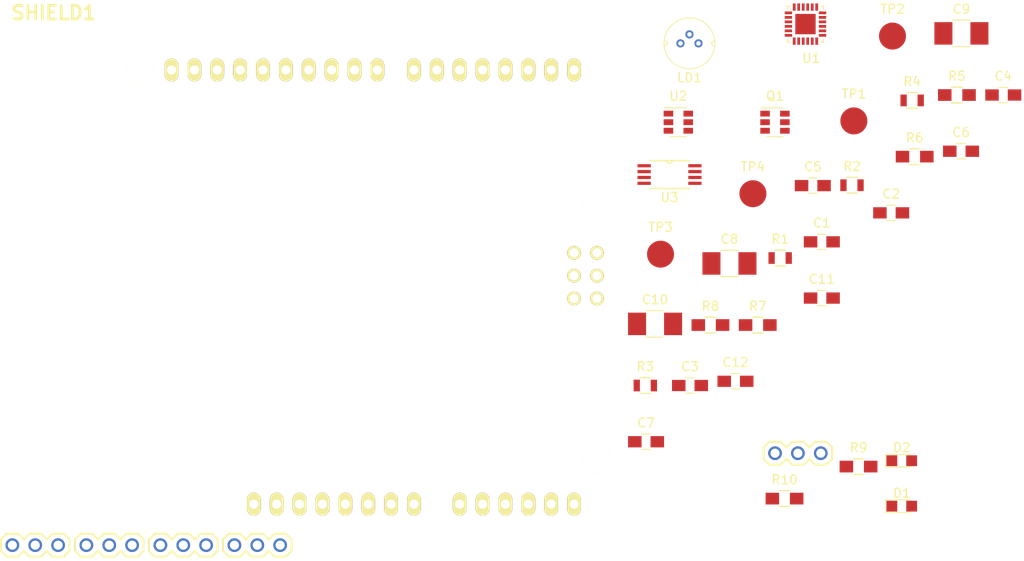
<source format=kicad_pcb>
(kicad_pcb (version 20170123) (host pcbnew no-vcs-found-9992a07~58~ubuntu16.04.1)

  (general
    (links 89)
    (no_connects 86)
    (area 115.716173 66.106869 229.856175 128.64197)
    (thickness 1.6)
    (drawings 0)
    (tracks 0)
    (zones 0)
    (modules 39)
    (nets 65)
  )

  (page A4)
  (layers
    (0 F.Cu signal)
    (31 B.Cu signal)
    (32 B.Adhes user)
    (33 F.Adhes user)
    (34 B.Paste user)
    (35 F.Paste user)
    (36 B.SilkS user)
    (37 F.SilkS user)
    (38 B.Mask user)
    (39 F.Mask user)
    (40 Dwgs.User user)
    (41 Cmts.User user)
    (42 Eco1.User user)
    (43 Eco2.User user)
    (44 Edge.Cuts user)
    (45 Margin user)
    (46 B.CrtYd user)
    (47 F.CrtYd user)
    (48 B.Fab user)
    (49 F.Fab user)
  )

  (setup
    (last_trace_width 0.25)
    (trace_clearance 0.2)
    (zone_clearance 0.508)
    (zone_45_only no)
    (trace_min 0.2)
    (segment_width 0.2)
    (edge_width 0.15)
    (via_size 0.8)
    (via_drill 0.4)
    (via_min_size 0.4)
    (via_min_drill 0.3)
    (uvia_size 0.3)
    (uvia_drill 0.1)
    (uvias_allowed no)
    (uvia_min_size 0.2)
    (uvia_min_drill 0.1)
    (pcb_text_width 0.3)
    (pcb_text_size 1.5 1.5)
    (mod_edge_width 0.15)
    (mod_text_size 1 1)
    (mod_text_width 0.15)
    (pad_size 1.524 1.524)
    (pad_drill 0.762)
    (pad_to_mask_clearance 0.07)
    (aux_axis_origin 0 0)
    (visible_elements FFFFFF7F)
    (pcbplotparams
      (layerselection 0x00030_ffffffff)
      (usegerberextensions false)
      (excludeedgelayer true)
      (linewidth 0.100000)
      (plotframeref false)
      (viasonmask false)
      (mode 1)
      (useauxorigin false)
      (hpglpennumber 1)
      (hpglpenspeed 20)
      (hpglpendiameter 15)
      (psnegative false)
      (psa4output false)
      (plotreference true)
      (plotvalue true)
      (plotinvisibletext false)
      (padsonsilk false)
      (subtractmaskfromsilk false)
      (outputformat 1)
      (mirror false)
      (drillshape 1)
      (scaleselection 1)
      (outputdirectory ""))
  )

  (net 0 "")
  (net 1 "Net-(SHIELD1-PadAD5)")
  (net 2 "Net-(SHIELD1-PadAD4)")
  (net 3 "Net-(SHIELD1-PadAD3)")
  (net 4 /A0)
  (net 5 "Net-(SHIELD1-PadAD1)")
  (net 6 "Net-(SHIELD1-PadAD2)")
  (net 7 "Net-(SHIELD1-PadV_IN)")
  (net 8 Earth)
  (net 9 /3v3)
  (net 10 "Net-(SHIELD1-PadRST)")
  (net 11 "Net-(SHIELD1-Pad0)")
  (net 12 "Net-(SHIELD1-Pad1)")
  (net 13 /ADDR2)
  (net 14 /ADDR1)
  (net 15 /ADDR0)
  (net 16 /~laser_reset)
  (net 17 "Net-(SHIELD1-Pad6)")
  (net 18 /~laser_standby)
  (net 19 /~SHDN)
  (net 20 "Net-(SHIELD1-Pad9)")
  (net 21 /~CS)
  (net 22 /MOSI)
  (net 23 "Net-(SHIELD1-Pad12)")
  (net 24 /SCK)
  (net 25 "Net-(SHIELD1-PadAREF)")
  (net 26 /5v)
  (net 27 "Net-(SHIELD1-PadSDA)")
  (net 28 "Net-(SHIELD1-PadSCL)")
  (net 29 "Net-(SHIELD1-PadIO_R)")
  (net 30 "Net-(SHIELD1-PadNC)")
  (net 31 "Net-(SHIELD1-PadSP1)")
  (net 32 "Net-(SHIELD1-PadSP2)")
  (net 33 "Net-(SHIELD1-PadSP3)")
  (net 34 "Net-(SHIELD1-PadSP4)")
  (net 35 "Net-(SHIELD1-PadSP5)")
  (net 36 "Net-(SHIELD1-PadSP6)")
  (net 37 /chip_addr2)
  (net 38 "Net-(C3-Pad1)")
  (net 39 /chip_addr0)
  (net 40 /chip_addr1)
  (net 41 /AVSS)
  (net 42 "Net-(C7-Pad2)")
  (net 43 /PD)
  (net 44 "Net-(Q1-Pad5)")
  (net 45 /LD)
  (net 46 /RSN)
  (net 47 /IOUT)
  (net 48 "Net-(Q1-Pad2)")
  (net 49 "Net-(Q1-Pad1)")
  (net 50 /4.096_VREF)
  (net 51 "Net-(U3-Pad1)")
  (net 52 "Net-(U3-Pad3)")
  (net 53 "Net-(U3-Pad5)")
  (net 54 "Net-(U3-Pad7)")
  (net 55 "Net-(U3-Pad8)")
  (net 56 "Net-(U1-Pad3)")
  (net 57 "Net-(U1-Pad6)")
  (net 58 "Net-(U1-Pad9)")
  (net 59 "Net-(U1-Pad13)")
  (net 60 "Net-(U1-Pad17)")
  (net 61 /scope_probe)
  (net 62 "Net-(C12-Pad1)")
  (net 63 "Net-(D2-Pad1)")
  (net 64 "Net-(D1-Pad1)")

  (net_class Default "This is the default net class."
    (clearance 0.2)
    (trace_width 0.25)
    (via_dia 0.8)
    (via_drill 0.4)
    (uvia_dia 0.3)
    (uvia_drill 0.1)
    (add_net /3v3)
    (add_net /4.096_VREF)
    (add_net /5v)
    (add_net /A0)
    (add_net /ADDR0)
    (add_net /ADDR1)
    (add_net /ADDR2)
    (add_net /AVSS)
    (add_net /IOUT)
    (add_net /LD)
    (add_net /MOSI)
    (add_net /PD)
    (add_net /RSN)
    (add_net /SCK)
    (add_net /chip_addr0)
    (add_net /chip_addr1)
    (add_net /chip_addr2)
    (add_net /scope_probe)
    (add_net /~CS)
    (add_net /~SHDN)
    (add_net /~laser_reset)
    (add_net /~laser_standby)
    (add_net Earth)
    (add_net "Net-(C12-Pad1)")
    (add_net "Net-(C3-Pad1)")
    (add_net "Net-(C7-Pad2)")
    (add_net "Net-(D1-Pad1)")
    (add_net "Net-(D2-Pad1)")
    (add_net "Net-(Q1-Pad1)")
    (add_net "Net-(Q1-Pad2)")
    (add_net "Net-(Q1-Pad5)")
    (add_net "Net-(SHIELD1-Pad0)")
    (add_net "Net-(SHIELD1-Pad1)")
    (add_net "Net-(SHIELD1-Pad12)")
    (add_net "Net-(SHIELD1-Pad6)")
    (add_net "Net-(SHIELD1-Pad9)")
    (add_net "Net-(SHIELD1-PadAD1)")
    (add_net "Net-(SHIELD1-PadAD2)")
    (add_net "Net-(SHIELD1-PadAD3)")
    (add_net "Net-(SHIELD1-PadAD4)")
    (add_net "Net-(SHIELD1-PadAD5)")
    (add_net "Net-(SHIELD1-PadAREF)")
    (add_net "Net-(SHIELD1-PadIO_R)")
    (add_net "Net-(SHIELD1-PadNC)")
    (add_net "Net-(SHIELD1-PadRST)")
    (add_net "Net-(SHIELD1-PadSCL)")
    (add_net "Net-(SHIELD1-PadSDA)")
    (add_net "Net-(SHIELD1-PadSP1)")
    (add_net "Net-(SHIELD1-PadSP2)")
    (add_net "Net-(SHIELD1-PadSP3)")
    (add_net "Net-(SHIELD1-PadSP4)")
    (add_net "Net-(SHIELD1-PadSP5)")
    (add_net "Net-(SHIELD1-PadSP6)")
    (add_net "Net-(SHIELD1-PadV_IN)")
    (add_net "Net-(U1-Pad13)")
    (add_net "Net-(U1-Pad17)")
    (add_net "Net-(U1-Pad3)")
    (add_net "Net-(U1-Pad6)")
    (add_net "Net-(U1-Pad9)")
    (add_net "Net-(U3-Pad1)")
    (add_net "Net-(U3-Pad3)")
    (add_net "Net-(U3-Pad5)")
    (add_net "Net-(U3-Pad7)")
    (add_net "Net-(U3-Pad8)")
  )

  (module LEDs:LED_0805 (layer F.Cu) (tedit 57FE93EC) (tstamp 59292EFF)
    (at 216.057132 122.312692)
    (descr "LED 0805 smd package")
    (tags "LED led 0805 SMD smd SMT smt smdled SMDLED smtled SMTLED")
    (path /591E6733)
    (attr smd)
    (fp_text reference D1 (at 0 -1.45) (layer F.SilkS)
      (effects (font (size 1 1) (thickness 0.15)))
    )
    (fp_text value LED (at 0 1.55) (layer F.Fab)
      (effects (font (size 1 1) (thickness 0.15)))
    )
    (fp_line (start -1.95 -0.85) (end 1.95 -0.85) (layer F.CrtYd) (width 0.05))
    (fp_line (start -1.95 0.85) (end -1.95 -0.85) (layer F.CrtYd) (width 0.05))
    (fp_line (start 1.95 0.85) (end -1.95 0.85) (layer F.CrtYd) (width 0.05))
    (fp_line (start 1.95 -0.85) (end 1.95 0.85) (layer F.CrtYd) (width 0.05))
    (fp_line (start -1.8 -0.7) (end 1 -0.7) (layer F.SilkS) (width 0.12))
    (fp_line (start -1.8 0.7) (end 1 0.7) (layer F.SilkS) (width 0.12))
    (fp_line (start -1 0.6) (end -1 -0.6) (layer F.Fab) (width 0.1))
    (fp_line (start -1 -0.6) (end 1 -0.6) (layer F.Fab) (width 0.1))
    (fp_line (start 1 -0.6) (end 1 0.6) (layer F.Fab) (width 0.1))
    (fp_line (start 1 0.6) (end -1 0.6) (layer F.Fab) (width 0.1))
    (fp_line (start 0.2 -0.4) (end 0.2 0.4) (layer F.Fab) (width 0.1))
    (fp_line (start 0.2 0.4) (end -0.4 0) (layer F.Fab) (width 0.1))
    (fp_line (start -0.4 0) (end 0.2 -0.4) (layer F.Fab) (width 0.1))
    (fp_line (start -0.4 -0.4) (end -0.4 0.4) (layer F.Fab) (width 0.1))
    (fp_line (start -1.8 -0.7) (end -1.8 0.7) (layer F.SilkS) (width 0.12))
    (pad 1 smd rect (at -1.1 0 180) (size 1.2 1.2) (layers F.Cu F.Paste F.Mask)
      (net 64 "Net-(D1-Pad1)"))
    (pad 2 smd rect (at 1.1 0 180) (size 1.2 1.2) (layers F.Cu F.Paste F.Mask)
      (net 26 /5v))
    (model LEDs.3dshapes/LED_0805.wrl
      (at (xyz 0 0 0))
      (scale (xyz 1 1 1))
      (rotate (xyz 0 0 180))
    )
  )

  (module LEDs:LED_0805 (layer F.Cu) (tedit 57FE93EC) (tstamp 59292EC2)
    (at 216.057132 117.262692)
    (descr "LED 0805 smd package")
    (tags "LED led 0805 SMD smd SMT smt smdled SMDLED smtled SMTLED")
    (path /591E8C37)
    (attr smd)
    (fp_text reference D2 (at 0 -1.45) (layer F.SilkS)
      (effects (font (size 1 1) (thickness 0.15)))
    )
    (fp_text value LED (at 0 1.55) (layer F.Fab)
      (effects (font (size 1 1) (thickness 0.15)))
    )
    (fp_line (start -1.8 -0.7) (end -1.8 0.7) (layer F.SilkS) (width 0.12))
    (fp_line (start -0.4 -0.4) (end -0.4 0.4) (layer F.Fab) (width 0.1))
    (fp_line (start -0.4 0) (end 0.2 -0.4) (layer F.Fab) (width 0.1))
    (fp_line (start 0.2 0.4) (end -0.4 0) (layer F.Fab) (width 0.1))
    (fp_line (start 0.2 -0.4) (end 0.2 0.4) (layer F.Fab) (width 0.1))
    (fp_line (start 1 0.6) (end -1 0.6) (layer F.Fab) (width 0.1))
    (fp_line (start 1 -0.6) (end 1 0.6) (layer F.Fab) (width 0.1))
    (fp_line (start -1 -0.6) (end 1 -0.6) (layer F.Fab) (width 0.1))
    (fp_line (start -1 0.6) (end -1 -0.6) (layer F.Fab) (width 0.1))
    (fp_line (start -1.8 0.7) (end 1 0.7) (layer F.SilkS) (width 0.12))
    (fp_line (start -1.8 -0.7) (end 1 -0.7) (layer F.SilkS) (width 0.12))
    (fp_line (start 1.95 -0.85) (end 1.95 0.85) (layer F.CrtYd) (width 0.05))
    (fp_line (start 1.95 0.85) (end -1.95 0.85) (layer F.CrtYd) (width 0.05))
    (fp_line (start -1.95 0.85) (end -1.95 -0.85) (layer F.CrtYd) (width 0.05))
    (fp_line (start -1.95 -0.85) (end 1.95 -0.85) (layer F.CrtYd) (width 0.05))
    (pad 2 smd rect (at 1.1 0 180) (size 1.2 1.2) (layers F.Cu F.Paste F.Mask)
      (net 9 /3v3))
    (pad 1 smd rect (at -1.1 0 180) (size 1.2 1.2) (layers F.Cu F.Paste F.Mask)
      (net 63 "Net-(D2-Pad1)"))
    (model LEDs.3dshapes/LED_0805.wrl
      (at (xyz 0 0 0))
      (scale (xyz 1 1 1))
      (rotate (xyz 0 0 180))
    )
  )

  (module Resistors_SMD:R_0805_HandSoldering (layer F.Cu) (tedit 58307B90) (tstamp 59292DD1)
    (at 211.257132 117.912692)
    (descr "Resistor SMD 0805, hand soldering")
    (tags "resistor 0805")
    (path /591E706A)
    (attr smd)
    (fp_text reference R9 (at 0 -2.1) (layer F.SilkS)
      (effects (font (size 1 1) (thickness 0.15)))
    )
    (fp_text value 220R (at 0 2.1) (layer F.Fab)
      (effects (font (size 1 1) (thickness 0.15)))
    )
    (fp_line (start -0.6 -0.875) (end 0.6 -0.875) (layer F.SilkS) (width 0.15))
    (fp_line (start 0.6 0.875) (end -0.6 0.875) (layer F.SilkS) (width 0.15))
    (fp_line (start 2.4 -1) (end 2.4 1) (layer F.CrtYd) (width 0.05))
    (fp_line (start -2.4 -1) (end -2.4 1) (layer F.CrtYd) (width 0.05))
    (fp_line (start -2.4 1) (end 2.4 1) (layer F.CrtYd) (width 0.05))
    (fp_line (start -2.4 -1) (end 2.4 -1) (layer F.CrtYd) (width 0.05))
    (fp_line (start -1 -0.625) (end 1 -0.625) (layer F.Fab) (width 0.1))
    (fp_line (start 1 -0.625) (end 1 0.625) (layer F.Fab) (width 0.1))
    (fp_line (start 1 0.625) (end -1 0.625) (layer F.Fab) (width 0.1))
    (fp_line (start -1 0.625) (end -1 -0.625) (layer F.Fab) (width 0.1))
    (pad 2 smd rect (at 1.35 0) (size 1.5 1.3) (layers F.Cu F.Paste F.Mask)
      (net 8 Earth))
    (pad 1 smd rect (at -1.35 0) (size 1.5 1.3) (layers F.Cu F.Paste F.Mask)
      (net 64 "Net-(D1-Pad1)"))
    (model Resistors_SMD.3dshapes/R_0805_HandSoldering.wrl
      (at (xyz 0 0 0))
      (scale (xyz 1 1 1))
      (rotate (xyz 0 0 0))
    )
  )

  (module Resistors_SMD:R_0805_HandSoldering (layer F.Cu) (tedit 58307B90) (tstamp 59292DA3)
    (at 203.037132 121.472692)
    (descr "Resistor SMD 0805, hand soldering")
    (tags "resistor 0805")
    (path /591E93EB)
    (attr smd)
    (fp_text reference R10 (at 0 -2.1) (layer F.SilkS)
      (effects (font (size 1 1) (thickness 0.15)))
    )
    (fp_text value 100R (at 0 2.1) (layer F.Fab)
      (effects (font (size 1 1) (thickness 0.15)))
    )
    (fp_line (start -1 0.625) (end -1 -0.625) (layer F.Fab) (width 0.1))
    (fp_line (start 1 0.625) (end -1 0.625) (layer F.Fab) (width 0.1))
    (fp_line (start 1 -0.625) (end 1 0.625) (layer F.Fab) (width 0.1))
    (fp_line (start -1 -0.625) (end 1 -0.625) (layer F.Fab) (width 0.1))
    (fp_line (start -2.4 -1) (end 2.4 -1) (layer F.CrtYd) (width 0.05))
    (fp_line (start -2.4 1) (end 2.4 1) (layer F.CrtYd) (width 0.05))
    (fp_line (start -2.4 -1) (end -2.4 1) (layer F.CrtYd) (width 0.05))
    (fp_line (start 2.4 -1) (end 2.4 1) (layer F.CrtYd) (width 0.05))
    (fp_line (start 0.6 0.875) (end -0.6 0.875) (layer F.SilkS) (width 0.15))
    (fp_line (start -0.6 -0.875) (end 0.6 -0.875) (layer F.SilkS) (width 0.15))
    (pad 1 smd rect (at -1.35 0) (size 1.5 1.3) (layers F.Cu F.Paste F.Mask)
      (net 63 "Net-(D2-Pad1)"))
    (pad 2 smd rect (at 1.35 0) (size 1.5 1.3) (layers F.Cu F.Paste F.Mask)
      (net 8 Earth))
    (model Resistors_SMD.3dshapes/R_0805_HandSoldering.wrl
      (at (xyz 0 0 0))
      (scale (xyz 1 1 1))
      (rotate (xyz 0 0 0))
    )
  )

  (module freetronics_footprints:1X03 (layer F.Cu) (tedit 54769DEE) (tstamp 59292BE9)
    (at 201.983732 116.426793)
    (path /591ECA9B)
    (fp_text reference JP5 (at 0.3 0) (layer Eco1.User)
      (effects (font (size 0.6 0.6) (thickness 0.1)))
    )
    (fp_text value Jumper_NC_Dual (at 2.6 1.6) (layer Eco1.User)
      (effects (font (size 0.2 0.2) (thickness 0.05)))
    )
    (fp_line (start 3.81 -0.635) (end 4.445 -1.27) (layer F.SilkS) (width 0.2032))
    (fp_line (start 4.445 -1.27) (end 5.715 -1.27) (layer F.SilkS) (width 0.2032))
    (fp_line (start 5.715 -1.27) (end 6.35 -0.635) (layer F.SilkS) (width 0.2032))
    (fp_line (start 6.35 0.635) (end 5.715 1.27) (layer F.SilkS) (width 0.2032))
    (fp_line (start 5.715 1.27) (end 4.445 1.27) (layer F.SilkS) (width 0.2032))
    (fp_line (start 4.445 1.27) (end 3.81 0.635) (layer F.SilkS) (width 0.2032))
    (fp_line (start -0.635 -1.27) (end 0.635 -1.27) (layer F.SilkS) (width 0.2032))
    (fp_line (start 0.635 -1.27) (end 1.27 -0.635) (layer F.SilkS) (width 0.2032))
    (fp_line (start 1.27 0.635) (end 0.635 1.27) (layer F.SilkS) (width 0.2032))
    (fp_line (start 1.27 -0.635) (end 1.905 -1.27) (layer F.SilkS) (width 0.2032))
    (fp_line (start 1.905 -1.27) (end 3.175 -1.27) (layer F.SilkS) (width 0.2032))
    (fp_line (start 3.175 -1.27) (end 3.81 -0.635) (layer F.SilkS) (width 0.2032))
    (fp_line (start 3.81 0.635) (end 3.175 1.27) (layer F.SilkS) (width 0.2032))
    (fp_line (start 3.175 1.27) (end 1.905 1.27) (layer F.SilkS) (width 0.2032))
    (fp_line (start 1.905 1.27) (end 1.27 0.635) (layer F.SilkS) (width 0.2032))
    (fp_line (start -1.27 -0.635) (end -1.27 0.635) (layer F.SilkS) (width 0.2032))
    (fp_line (start -0.635 -1.27) (end -1.27 -0.635) (layer F.SilkS) (width 0.2032))
    (fp_line (start -1.27 0.635) (end -0.635 1.27) (layer F.SilkS) (width 0.2032))
    (fp_line (start 0.635 1.27) (end -0.635 1.27) (layer F.SilkS) (width 0.2032))
    (fp_line (start 6.35 -0.635) (end 6.35 0.635) (layer F.SilkS) (width 0.2032))
    (pad 1 thru_hole oval (at 0 0 90) (size 1.524 1.524) (drill 1.016) (layers *.Cu *.Mask)
      (net 61 /scope_probe))
    (pad 2 thru_hole oval (at 2.54 0 90) (size 1.524 1.524) (drill 1.016) (layers *.Cu *.Mask)
      (net 62 "Net-(C12-Pad1)"))
    (pad 3 thru_hole oval (at 5.08 0 90) (size 1.524 1.524) (drill 1.016) (layers *.Cu *.Mask)
      (net 4 /A0))
  )

  (module ADN8810ACPZ:ADL-65055TL (layer F.Cu) (tedit 591E0F04) (tstamp 5923BAD0)
    (at 192.482601 70.874369)
    (path /5919F1C9)
    (fp_text reference LD1 (at 0 3.81) (layer F.SilkS)
      (effects (font (size 1 1) (thickness 0.15)))
    )
    (fp_text value Laserdiode_N_TYPE (at 0 -3.81) (layer F.Fab) hide
      (effects (font (size 1 1) (thickness 0.15)))
    )
    (fp_circle (center 0 0) (end -2.8 0.4) (layer F.SilkS) (width 0.1))
    (fp_line (start 2.4 0) (end 2.8 0.4) (layer F.SilkS) (width 0.1))
    (fp_line (start 2.4 0) (end 2.8 -0.4) (layer F.SilkS) (width 0.1))
    (fp_line (start -2.4 0) (end -2.8 0.4) (layer F.SilkS) (width 0.1))
    (fp_line (start -2.4 0) (end -2.8 -0.4) (layer F.SilkS) (width 0.1))
    (pad 2 thru_hole circle (at 0 -1) (size 0.9 0.9) (drill 0.5) (layers *.Cu *.Mask)
      (net 26 /5v))
    (pad 3 thru_hole circle (at -1 0) (size 0.9 0.9) (drill 0.5) (layers *.Cu *.Mask)
      (net 43 /PD))
    (pad 1 thru_hole circle (at 1 0) (size 0.9 0.9) (drill 0.5) (layers *.Cu *.Mask)
      (net 45 /LD))
  )

  (module ADN8810ACPZ:ADN8810ACPZ (layer F.Cu) (tedit 591C851E) (tstamp 5923B97E)
    (at 205.363078 68.732569)
    (path /591C2ADF)
    (fp_text reference U1 (at 0.635 3.81) (layer F.SilkS)
      (effects (font (size 1 1) (thickness 0.15)))
    )
    (fp_text value ADN8810ACPZ (at 0 5.715) (layer F.SilkS) hide
      (effects (font (size 1 1) (thickness 0.15)))
    )
    (fp_text user "Copyright 2016 Accelerated Designs. All rights reserved." (at 0 0) (layer Cmts.User)
      (effects (font (size 0.127 0.127) (thickness 0.002)))
    )
    (fp_line (start -1.73514 -1.9939) (end -1.9939 -1.9939) (layer F.SilkS) (width 0.1524))
    (fp_line (start -1.9939 -0.7239) (end -0.7239 -1.9939) (layer Dwgs.User) (width 0.1524))
    (fp_line (start 1.0976 -1.9939) (end 1.4024 -1.9939) (layer Dwgs.User) (width 0.1524))
    (fp_line (start 1.4024 -1.9939) (end 1.4024 -1.9939) (layer Dwgs.User) (width 0.1524))
    (fp_line (start 1.4024 -1.9939) (end 1.0976 -1.9939) (layer Dwgs.User) (width 0.1524))
    (fp_line (start 1.0976 -1.9939) (end 1.0976 -1.9939) (layer Dwgs.User) (width 0.1524))
    (fp_line (start 0.5976 -1.9939) (end 0.9024 -1.9939) (layer Dwgs.User) (width 0.1524))
    (fp_line (start 0.9024 -1.9939) (end 0.9024 -1.9939) (layer Dwgs.User) (width 0.1524))
    (fp_line (start 0.9024 -1.9939) (end 0.5976 -1.9939) (layer Dwgs.User) (width 0.1524))
    (fp_line (start 0.5976 -1.9939) (end 0.5976 -1.9939) (layer Dwgs.User) (width 0.1524))
    (fp_line (start 0.0976 -1.9939) (end 0.4024 -1.9939) (layer Dwgs.User) (width 0.1524))
    (fp_line (start 0.4024 -1.9939) (end 0.4024 -1.9939) (layer Dwgs.User) (width 0.1524))
    (fp_line (start 0.4024 -1.9939) (end 0.0976 -1.9939) (layer Dwgs.User) (width 0.1524))
    (fp_line (start 0.0976 -1.9939) (end 0.0976 -1.9939) (layer Dwgs.User) (width 0.1524))
    (fp_line (start -0.4024 -1.9939) (end -0.0976 -1.9939) (layer Dwgs.User) (width 0.1524))
    (fp_line (start -0.0976 -1.9939) (end -0.0976 -1.9939) (layer Dwgs.User) (width 0.1524))
    (fp_line (start -0.0976 -1.9939) (end -0.4024 -1.9939) (layer Dwgs.User) (width 0.1524))
    (fp_line (start -0.4024 -1.9939) (end -0.4024 -1.9939) (layer Dwgs.User) (width 0.1524))
    (fp_line (start -0.9024 -1.9939) (end -0.5976 -1.9939) (layer Dwgs.User) (width 0.1524))
    (fp_line (start -0.5976 -1.9939) (end -0.5976 -1.9939) (layer Dwgs.User) (width 0.1524))
    (fp_line (start -0.5976 -1.9939) (end -0.9024 -1.9939) (layer Dwgs.User) (width 0.1524))
    (fp_line (start -0.9024 -1.9939) (end -0.9024 -1.9939) (layer Dwgs.User) (width 0.1524))
    (fp_line (start -1.4024 -1.9939) (end -1.0976 -1.9939) (layer Dwgs.User) (width 0.1524))
    (fp_line (start -1.0976 -1.9939) (end -1.0976 -1.9939) (layer Dwgs.User) (width 0.1524))
    (fp_line (start -1.0976 -1.9939) (end -1.4024 -1.9939) (layer Dwgs.User) (width 0.1524))
    (fp_line (start -1.4024 -1.9939) (end -1.4024 -1.9939) (layer Dwgs.User) (width 0.1524))
    (fp_line (start -1.9939 -1.0976) (end -1.9939 -1.4024) (layer Dwgs.User) (width 0.1524))
    (fp_line (start -1.9939 -1.4024) (end -1.9939 -1.4024) (layer Dwgs.User) (width 0.1524))
    (fp_line (start -1.9939 -1.4024) (end -1.9939 -1.0976) (layer Dwgs.User) (width 0.1524))
    (fp_line (start -1.9939 -1.0976) (end -1.9939 -1.0976) (layer Dwgs.User) (width 0.1524))
    (fp_line (start -1.9939 -0.5976) (end -1.9939 -0.9024) (layer Dwgs.User) (width 0.1524))
    (fp_line (start -1.9939 -0.9024) (end -1.9939 -0.9024) (layer Dwgs.User) (width 0.1524))
    (fp_line (start -1.9939 -0.9024) (end -1.9939 -0.5976) (layer Dwgs.User) (width 0.1524))
    (fp_line (start -1.9939 -0.5976) (end -1.9939 -0.5976) (layer Dwgs.User) (width 0.1524))
    (fp_line (start -1.9939 -0.0976) (end -1.9939 -0.4024) (layer Dwgs.User) (width 0.1524))
    (fp_line (start -1.9939 -0.4024) (end -1.9939 -0.4024) (layer Dwgs.User) (width 0.1524))
    (fp_line (start -1.9939 -0.4024) (end -1.9939 -0.0976) (layer Dwgs.User) (width 0.1524))
    (fp_line (start -1.9939 -0.0976) (end -1.9939 -0.0976) (layer Dwgs.User) (width 0.1524))
    (fp_line (start -1.9939 0.4024) (end -1.9939 0.0976) (layer Dwgs.User) (width 0.1524))
    (fp_line (start -1.9939 0.0976) (end -1.9939 0.0976) (layer Dwgs.User) (width 0.1524))
    (fp_line (start -1.9939 0.0976) (end -1.9939 0.4024) (layer Dwgs.User) (width 0.1524))
    (fp_line (start -1.9939 0.4024) (end -1.9939 0.4024) (layer Dwgs.User) (width 0.1524))
    (fp_line (start -1.9939 0.9024) (end -1.9939 0.5976) (layer Dwgs.User) (width 0.1524))
    (fp_line (start -1.9939 0.5976) (end -1.9939 0.5976) (layer Dwgs.User) (width 0.1524))
    (fp_line (start -1.9939 0.5976) (end -1.9939 0.9024) (layer Dwgs.User) (width 0.1524))
    (fp_line (start -1.9939 0.9024) (end -1.9939 0.9024) (layer Dwgs.User) (width 0.1524))
    (fp_line (start -1.9939 1.4024) (end -1.9939 1.0976) (layer Dwgs.User) (width 0.1524))
    (fp_line (start -1.9939 1.0976) (end -1.9939 1.0976) (layer Dwgs.User) (width 0.1524))
    (fp_line (start -1.9939 1.0976) (end -1.9939 1.4024) (layer Dwgs.User) (width 0.1524))
    (fp_line (start -1.9939 1.4024) (end -1.9939 1.4024) (layer Dwgs.User) (width 0.1524))
    (fp_line (start -1.0976 1.9939) (end -1.4024 1.9939) (layer Dwgs.User) (width 0.1524))
    (fp_line (start -1.4024 1.9939) (end -1.4024 1.9939) (layer Dwgs.User) (width 0.1524))
    (fp_line (start -1.4024 1.9939) (end -1.0976 1.9939) (layer Dwgs.User) (width 0.1524))
    (fp_line (start -1.0976 1.9939) (end -1.0976 1.9939) (layer Dwgs.User) (width 0.1524))
    (fp_line (start -0.5976 1.9939) (end -0.9024 1.9939) (layer Dwgs.User) (width 0.1524))
    (fp_line (start -0.9024 1.9939) (end -0.9024 1.9939) (layer Dwgs.User) (width 0.1524))
    (fp_line (start -0.9024 1.9939) (end -0.5976 1.9939) (layer Dwgs.User) (width 0.1524))
    (fp_line (start -0.5976 1.9939) (end -0.5976 1.9939) (layer Dwgs.User) (width 0.1524))
    (fp_line (start -0.0976 1.9939) (end -0.4024 1.9939) (layer Dwgs.User) (width 0.1524))
    (fp_line (start -0.4024 1.9939) (end -0.4024 1.9939) (layer Dwgs.User) (width 0.1524))
    (fp_line (start -0.4024 1.9939) (end -0.0976 1.9939) (layer Dwgs.User) (width 0.1524))
    (fp_line (start -0.0976 1.9939) (end -0.0976 1.9939) (layer Dwgs.User) (width 0.1524))
    (fp_line (start 0.4024 1.9939) (end 0.0976 1.9939) (layer Dwgs.User) (width 0.1524))
    (fp_line (start 0.0976 1.9939) (end 0.0976 1.9939) (layer Dwgs.User) (width 0.1524))
    (fp_line (start 0.0976 1.9939) (end 0.4024 1.9939) (layer Dwgs.User) (width 0.1524))
    (fp_line (start 0.4024 1.9939) (end 0.4024 1.9939) (layer Dwgs.User) (width 0.1524))
    (fp_line (start 0.9024 1.9939) (end 0.5976 1.9939) (layer Dwgs.User) (width 0.1524))
    (fp_line (start 0.5976 1.9939) (end 0.5976 1.9939) (layer Dwgs.User) (width 0.1524))
    (fp_line (start 0.5976 1.9939) (end 0.9024 1.9939) (layer Dwgs.User) (width 0.1524))
    (fp_line (start 0.9024 1.9939) (end 0.9024 1.9939) (layer Dwgs.User) (width 0.1524))
    (fp_line (start 1.4024 1.9939) (end 1.0976 1.9939) (layer Dwgs.User) (width 0.1524))
    (fp_line (start 1.0976 1.9939) (end 1.0976 1.9939) (layer Dwgs.User) (width 0.1524))
    (fp_line (start 1.0976 1.9939) (end 1.4024 1.9939) (layer Dwgs.User) (width 0.1524))
    (fp_line (start 1.4024 1.9939) (end 1.4024 1.9939) (layer Dwgs.User) (width 0.1524))
    (fp_line (start 1.9939 1.0976) (end 1.9939 1.4024) (layer Dwgs.User) (width 0.1524))
    (fp_line (start 1.9939 1.4024) (end 1.9939 1.4024) (layer Dwgs.User) (width 0.1524))
    (fp_line (start 1.9939 1.4024) (end 1.9939 1.0976) (layer Dwgs.User) (width 0.1524))
    (fp_line (start 1.9939 1.0976) (end 1.9939 1.0976) (layer Dwgs.User) (width 0.1524))
    (fp_line (start 1.9939 0.5976) (end 1.9939 0.9024) (layer Dwgs.User) (width 0.1524))
    (fp_line (start 1.9939 0.9024) (end 1.9939 0.9024) (layer Dwgs.User) (width 0.1524))
    (fp_line (start 1.9939 0.9024) (end 1.9939 0.5976) (layer Dwgs.User) (width 0.1524))
    (fp_line (start 1.9939 0.5976) (end 1.9939 0.5976) (layer Dwgs.User) (width 0.1524))
    (fp_line (start 1.9939 0.0976) (end 1.9939 0.4024) (layer Dwgs.User) (width 0.1524))
    (fp_line (start 1.9939 0.4024) (end 1.9939 0.4024) (layer Dwgs.User) (width 0.1524))
    (fp_line (start 1.9939 0.4024) (end 1.9939 0.0976) (layer Dwgs.User) (width 0.1524))
    (fp_line (start 1.9939 0.0976) (end 1.9939 0.0976) (layer Dwgs.User) (width 0.1524))
    (fp_line (start 1.9939 -0.4024) (end 1.9939 -0.0976) (layer Dwgs.User) (width 0.1524))
    (fp_line (start 1.9939 -0.0976) (end 1.9939 -0.0976) (layer Dwgs.User) (width 0.1524))
    (fp_line (start 1.9939 -0.0976) (end 1.9939 -0.4024) (layer Dwgs.User) (width 0.1524))
    (fp_line (start 1.9939 -0.4024) (end 1.9939 -0.4024) (layer Dwgs.User) (width 0.1524))
    (fp_line (start 1.9939 -0.9024) (end 1.9939 -0.5976) (layer Dwgs.User) (width 0.1524))
    (fp_line (start 1.9939 -0.5976) (end 1.9939 -0.5976) (layer Dwgs.User) (width 0.1524))
    (fp_line (start 1.9939 -0.5976) (end 1.9939 -0.9024) (layer Dwgs.User) (width 0.1524))
    (fp_line (start 1.9939 -0.9024) (end 1.9939 -0.9024) (layer Dwgs.User) (width 0.1524))
    (fp_line (start 1.9939 -1.4024) (end 1.9939 -1.0976) (layer Dwgs.User) (width 0.1524))
    (fp_line (start 1.9939 -1.0976) (end 1.9939 -1.0976) (layer Dwgs.User) (width 0.1524))
    (fp_line (start 1.9939 -1.0976) (end 1.9939 -1.4024) (layer Dwgs.User) (width 0.1524))
    (fp_line (start 1.9939 -1.4024) (end 1.9939 -1.4024) (layer Dwgs.User) (width 0.1524))
    (fp_line (start -1.9939 1.9939) (end -1.73514 1.9939) (layer F.SilkS) (width 0.1524))
    (fp_line (start 1.9939 1.9939) (end 1.9939 1.73514) (layer F.SilkS) (width 0.1524))
    (fp_line (start 1.9939 -1.9939) (end 1.73514 -1.9939) (layer F.SilkS) (width 0.1524))
    (fp_line (start -1.9939 -1.9939) (end -1.9939 -1.73514) (layer F.SilkS) (width 0.1524))
    (fp_line (start -1.9939 1.9939) (end 1.9939 1.9939) (layer Dwgs.User) (width 0.1524))
    (fp_line (start 1.9939 1.9939) (end 1.9939 -1.9939) (layer Dwgs.User) (width 0.1524))
    (fp_line (start 1.9939 -1.9939) (end -1.9939 -1.9939) (layer Dwgs.User) (width 0.1524))
    (fp_line (start -1.9939 -1.9939) (end -1.9939 1.9939) (layer Dwgs.User) (width 0.1524))
    (fp_line (start -1.9939 1.73514) (end -1.9939 1.9939) (layer F.SilkS) (width 0.1524))
    (fp_line (start 1.73514 1.9939) (end 1.9939 1.9939) (layer F.SilkS) (width 0.1524))
    (fp_line (start 1.9939 -1.73514) (end 1.9939 -1.9939) (layer F.SilkS) (width 0.1524))
    (pad 1 smd rect (at -1.8923 -1.25 90) (size 0.3048 0.8128) (layers F.Cu)
      (net 37 /chip_addr2))
    (pad 1 smd rect (at -1.8923 -1.25 90) (size 0.508 1.0668) (layers F.Mask)
      (net 37 /chip_addr2))
    (pad 2 smd rect (at -1.8923 -0.750001 90) (size 0.3048 0.8128) (layers F.Cu)
      (net 46 /RSN))
    (pad 2 smd rect (at -1.8923 -0.750001 90) (size 0.508 1.0668) (layers F.Mask)
      (net 46 /RSN))
    (pad 3 smd rect (at -1.8923 -0.25 90) (size 0.3048 0.8128) (layers F.Cu)
      (net 56 "Net-(U1-Pad3)"))
    (pad 3 smd rect (at -1.8923 -0.25 90) (size 0.508 1.0668) (layers F.Mask)
      (net 56 "Net-(U1-Pad3)"))
    (pad 4 smd rect (at -1.8923 0.25 90) (size 0.3048 0.8128) (layers F.Cu)
      (net 40 /chip_addr1))
    (pad 4 smd rect (at -1.8923 0.25 90) (size 0.508 1.0668) (layers F.Mask)
      (net 40 /chip_addr1))
    (pad 5 smd rect (at -1.8923 0.750001 90) (size 0.3048 0.8128) (layers F.Cu)
      (net 39 /chip_addr0))
    (pad 5 smd rect (at -1.8923 0.750001 90) (size 0.508 1.0668) (layers F.Mask)
      (net 39 /chip_addr0))
    (pad 6 smd rect (at -1.8923 1.25 90) (size 0.3048 0.8128) (layers F.Cu)
      (net 57 "Net-(U1-Pad6)"))
    (pad 6 smd rect (at -1.8923 1.25 90) (size 0.508 1.0668) (layers F.Mask)
      (net 57 "Net-(U1-Pad6)"))
    (pad 7 smd rect (at -1.25 1.8923) (size 0.3048 0.8128) (layers F.Cu)
      (net 18 /~laser_standby))
    (pad 7 smd rect (at -1.25 1.8923) (size 0.508 1.0668) (layers F.Mask)
      (net 18 /~laser_standby))
    (pad 8 smd rect (at -0.750001 1.8923) (size 0.3048 0.8128) (layers F.Cu)
      (net 38 "Net-(C3-Pad1)"))
    (pad 8 smd rect (at -0.750001 1.8923) (size 0.508 1.0668) (layers F.Mask)
      (net 38 "Net-(C3-Pad1)"))
    (pad 9 smd rect (at -0.25 1.8923) (size 0.3048 0.8128) (layers F.Cu)
      (net 58 "Net-(U1-Pad9)"))
    (pad 9 smd rect (at -0.25 1.8923) (size 0.508 1.0668) (layers F.Mask)
      (net 58 "Net-(U1-Pad9)"))
    (pad 10 smd rect (at 0.25 1.8923) (size 0.3048 0.8128) (layers F.Cu)
      (net 47 /IOUT))
    (pad 10 smd rect (at 0.25 1.8923) (size 0.508 1.0668) (layers F.Mask)
      (net 47 /IOUT))
    (pad 11 smd rect (at 0.750001 1.8923) (size 0.3048 0.8128) (layers F.Cu)
      (net 38 "Net-(C3-Pad1)"))
    (pad 11 smd rect (at 0.750001 1.8923) (size 0.508 1.0668) (layers F.Mask)
      (net 38 "Net-(C3-Pad1)"))
    (pad 12 smd rect (at 1.25 1.8923) (size 0.3048 0.8128) (layers F.Cu)
      (net 41 /AVSS))
    (pad 12 smd rect (at 1.25 1.8923) (size 0.508 1.0668) (layers F.Mask)
      (net 41 /AVSS))
    (pad 13 smd rect (at 1.8923 1.25 90) (size 0.3048 0.8128) (layers F.Cu)
      (net 59 "Net-(U1-Pad13)"))
    (pad 13 smd rect (at 1.8923 1.25 90) (size 0.508 1.0668) (layers F.Mask)
      (net 59 "Net-(U1-Pad13)"))
    (pad 14 smd rect (at 1.8923 0.750001 90) (size 0.3048 0.8128) (layers F.Cu)
      (net 50 /4.096_VREF))
    (pad 14 smd rect (at 1.8923 0.750001 90) (size 0.508 1.0668) (layers F.Mask)
      (net 50 /4.096_VREF))
    (pad 15 smd rect (at 1.8923 0.25 90) (size 0.3048 0.8128) (layers F.Cu)
      (net 26 /5v))
    (pad 15 smd rect (at 1.8923 0.25 90) (size 0.508 1.0668) (layers F.Mask)
      (net 26 /5v))
    (pad 16 smd rect (at 1.8923 -0.25 90) (size 0.3048 0.8128) (layers F.Cu)
      (net 41 /AVSS))
    (pad 16 smd rect (at 1.8923 -0.25 90) (size 0.508 1.0668) (layers F.Mask)
      (net 41 /AVSS))
    (pad 17 smd rect (at 1.8923 -0.750001 90) (size 0.3048 0.8128) (layers F.Cu)
      (net 60 "Net-(U1-Pad17)"))
    (pad 17 smd rect (at 1.8923 -0.750001 90) (size 0.508 1.0668) (layers F.Mask)
      (net 60 "Net-(U1-Pad17)"))
    (pad 18 smd rect (at 1.8923 -1.25 90) (size 0.3048 0.8128) (layers F.Cu)
      (net 41 /AVSS))
    (pad 18 smd rect (at 1.8923 -1.25 90) (size 0.508 1.0668) (layers F.Mask)
      (net 41 /AVSS))
    (pad 19 smd rect (at 1.25 -1.8923) (size 0.3048 0.8128) (layers F.Cu)
      (net 22 /MOSI))
    (pad 19 smd rect (at 1.25 -1.8923) (size 0.508 1.0668) (layers F.Mask)
      (net 22 /MOSI))
    (pad 20 smd rect (at 0.750001 -1.8923) (size 0.3048 0.8128) (layers F.Cu)
      (net 24 /SCK))
    (pad 20 smd rect (at 0.750001 -1.8923) (size 0.508 1.0668) (layers F.Mask)
      (net 24 /SCK))
    (pad 21 smd rect (at 0.25 -1.8923) (size 0.3048 0.8128) (layers F.Cu)
      (net 21 /~CS))
    (pad 21 smd rect (at 0.25 -1.8923) (size 0.508 1.0668) (layers F.Mask)
      (net 21 /~CS))
    (pad 22 smd rect (at -0.25 -1.8923) (size 0.3048 0.8128) (layers F.Cu)
      (net 16 /~laser_reset))
    (pad 22 smd rect (at -0.25 -1.8923) (size 0.508 1.0668) (layers F.Mask)
      (net 16 /~laser_reset))
    (pad 23 smd rect (at -0.750001 -1.8923) (size 0.3048 0.8128) (layers F.Cu)
      (net 26 /5v))
    (pad 23 smd rect (at -0.750001 -1.8923) (size 0.508 1.0668) (layers F.Mask)
      (net 26 /5v))
    (pad 24 smd rect (at -1.25 -1.8923) (size 0.3048 0.8128) (layers F.Cu)
      (net 8 Earth))
    (pad 24 smd rect (at -1.25 -1.8923) (size 0.508 1.0668) (layers F.Mask)
      (net 8 Earth))
    (pad 25 smd rect (at 0 0) (size 2.2606 2.2606) (layers F.Cu)
      (net 41 /AVSS))
    (pad 25 smd rect (at 0 0) (size 0.0254 0.0254) (layers F.Mask)
      (net 41 /AVSS))
  )

  (module ADN8810ACPZ:ADR292GRUZ (layer F.Cu) (tedit 591CB4DD) (tstamp 5923B862)
    (at 190.268316 85.45247)
    (path /591CC52C)
    (fp_text reference U3 (at 0 2.54) (layer F.SilkS)
      (effects (font (size 1 1) (thickness 0.15)))
    )
    (fp_text value ADR292GRUZ (at 0 3.81) (layer F.SilkS) hide
      (effects (font (size 1 1) (thickness 0.15)))
    )
    (fp_text user "Copyright 2016 Accelerated Designs. All rights reserved." (at 0 0) (layer Cmts.User)
      (effects (font (size 0.127 0.127) (thickness 0.002)))
    )
    (fp_line (start -2.2479 -0.8226) (end -2.2479 -1.1274) (layer Dwgs.User) (width 0.1524))
    (fp_line (start -2.2479 -1.1274) (end -3.2004 -1.1274) (layer Dwgs.User) (width 0.1524))
    (fp_line (start -3.2004 -1.1274) (end -3.2004 -0.8226) (layer Dwgs.User) (width 0.1524))
    (fp_line (start -3.2004 -0.8226) (end -2.2479 -0.8226) (layer Dwgs.User) (width 0.1524))
    (fp_line (start -2.2479 -0.1726) (end -2.2479 -0.4774) (layer Dwgs.User) (width 0.1524))
    (fp_line (start -2.2479 -0.4774) (end -3.2004 -0.4774) (layer Dwgs.User) (width 0.1524))
    (fp_line (start -3.2004 -0.4774) (end -3.2004 -0.1726) (layer Dwgs.User) (width 0.1524))
    (fp_line (start -3.2004 -0.1726) (end -2.2479 -0.1726) (layer Dwgs.User) (width 0.1524))
    (fp_line (start -2.2479 0.4774) (end -2.2479 0.1726) (layer Dwgs.User) (width 0.1524))
    (fp_line (start -2.2479 0.1726) (end -3.2004 0.1726) (layer Dwgs.User) (width 0.1524))
    (fp_line (start -3.2004 0.1726) (end -3.2004 0.4774) (layer Dwgs.User) (width 0.1524))
    (fp_line (start -3.2004 0.4774) (end -2.2479 0.4774) (layer Dwgs.User) (width 0.1524))
    (fp_line (start -2.2479 1.1274) (end -2.2479 0.8226) (layer Dwgs.User) (width 0.1524))
    (fp_line (start -2.2479 0.8226) (end -3.2004 0.8226) (layer Dwgs.User) (width 0.1524))
    (fp_line (start -3.2004 0.8226) (end -3.2004 1.1274) (layer Dwgs.User) (width 0.1524))
    (fp_line (start -3.2004 1.1274) (end -2.2479 1.1274) (layer Dwgs.User) (width 0.1524))
    (fp_line (start 2.2479 0.8226) (end 2.2479 1.1274) (layer Dwgs.User) (width 0.1524))
    (fp_line (start 2.2479 1.1274) (end 3.2004 1.1274) (layer Dwgs.User) (width 0.1524))
    (fp_line (start 3.2004 1.1274) (end 3.2004 0.8226) (layer Dwgs.User) (width 0.1524))
    (fp_line (start 3.2004 0.8226) (end 2.2479 0.8226) (layer Dwgs.User) (width 0.1524))
    (fp_line (start 2.2479 0.1726) (end 2.2479 0.4774) (layer Dwgs.User) (width 0.1524))
    (fp_line (start 2.2479 0.4774) (end 3.2004 0.4774) (layer Dwgs.User) (width 0.1524))
    (fp_line (start 3.2004 0.4774) (end 3.2004 0.1726) (layer Dwgs.User) (width 0.1524))
    (fp_line (start 3.2004 0.1726) (end 2.2479 0.1726) (layer Dwgs.User) (width 0.1524))
    (fp_line (start 2.2479 -0.4774) (end 2.2479 -0.1726) (layer Dwgs.User) (width 0.1524))
    (fp_line (start 2.2479 -0.1726) (end 3.2004 -0.1726) (layer Dwgs.User) (width 0.1524))
    (fp_line (start 3.2004 -0.1726) (end 3.2004 -0.4774) (layer Dwgs.User) (width 0.1524))
    (fp_line (start 3.2004 -0.4774) (end 2.2479 -0.4774) (layer Dwgs.User) (width 0.1524))
    (fp_line (start 2.2479 -1.1274) (end 2.2479 -0.8226) (layer Dwgs.User) (width 0.1524))
    (fp_line (start 2.2479 -0.8226) (end 3.2004 -0.8226) (layer Dwgs.User) (width 0.1524))
    (fp_line (start 3.2004 -0.8226) (end 3.2004 -1.1274) (layer Dwgs.User) (width 0.1524))
    (fp_line (start 3.2004 -1.1274) (end 2.2479 -1.1274) (layer Dwgs.User) (width 0.1524))
    (fp_line (start -2.2479 1.5494) (end 2.2479 1.5494) (layer F.SilkS) (width 0.1524))
    (fp_line (start 2.2479 -1.5494) (end -2.2479 -1.5494) (layer F.SilkS) (width 0.1524))
    (fp_line (start -2.2479 1.5494) (end 2.2479 1.5494) (layer Dwgs.User) (width 0.1524))
    (fp_line (start 2.2479 1.5494) (end 2.2479 -1.5494) (layer Dwgs.User) (width 0.1524))
    (fp_line (start 2.2479 -1.5494) (end -2.2479 -1.5494) (layer Dwgs.User) (width 0.1524))
    (fp_line (start -2.2479 -1.5494) (end -2.2479 1.5494) (layer Dwgs.User) (width 0.1524))
    (fp_arc (start 0 -1.5494) (end 0.3048 -1.5494) (angle 180) (layer F.SilkS) (width 0.1524))
    (fp_arc (start 0 -1.5494) (end 0.3048 -1.5494) (angle 180) (layer Dwgs.User) (width 0.1524))
    (pad 1 smd rect (at -2.8194 -0.974999) (size 1.4732 0.3556) (layers F.Cu)
      (net 51 "Net-(U3-Pad1)"))
    (pad 1 smd rect (at -2.8194 -0.974999) (size 1.6764 0.508) (layers F.Mask)
      (net 51 "Net-(U3-Pad1)"))
    (pad 2 smd rect (at -2.8194 -0.325001) (size 1.4732 0.3556) (layers F.Cu)
      (net 26 /5v))
    (pad 2 smd rect (at -2.8194 -0.325001) (size 1.6764 0.508) (layers F.Mask)
      (net 26 /5v))
    (pad 3 smd rect (at -2.8194 0.325001) (size 1.4732 0.3556) (layers F.Cu)
      (net 52 "Net-(U3-Pad3)"))
    (pad 3 smd rect (at -2.8194 0.325001) (size 1.6764 0.508) (layers F.Mask)
      (net 52 "Net-(U3-Pad3)"))
    (pad 4 smd rect (at -2.8194 0.974999) (size 1.4732 0.3556) (layers F.Cu)
      (net 41 /AVSS))
    (pad 4 smd rect (at -2.8194 0.974999) (size 1.6764 0.508) (layers F.Mask)
      (net 41 /AVSS))
    (pad 5 smd rect (at 2.8194 0.974999) (size 1.4732 0.3556) (layers F.Cu)
      (net 53 "Net-(U3-Pad5)"))
    (pad 5 smd rect (at 2.8194 0.974999) (size 1.6764 0.508) (layers F.Mask)
      (net 53 "Net-(U3-Pad5)"))
    (pad 6 smd rect (at 2.8194 0.325001) (size 1.4732 0.3556) (layers F.Cu)
      (net 50 /4.096_VREF))
    (pad 6 smd rect (at 2.8194 0.325001) (size 1.6764 0.508) (layers F.Mask)
      (net 50 /4.096_VREF))
    (pad 7 smd rect (at 2.8194 -0.325001) (size 1.4732 0.3556) (layers F.Cu)
      (net 54 "Net-(U3-Pad7)"))
    (pad 7 smd rect (at 2.8194 -0.325001) (size 1.6764 0.508) (layers F.Mask)
      (net 54 "Net-(U3-Pad7)"))
    (pad 8 smd rect (at 2.8194 -0.974999) (size 1.4732 0.3556) (layers F.Cu)
      (net 55 "Net-(U3-Pad8)"))
    (pad 8 smd rect (at 2.8194 -0.974999) (size 1.6764 0.508) (layers F.Mask)
      (net 55 "Net-(U3-Pad8)"))
  )

  (module Capacitors_SMD:C_0805_HandSoldering (layer F.Cu) (tedit 541A9B8D) (tstamp 5923B807)
    (at 214.881174 89.714369)
    (descr "Capacitor SMD 0805, hand soldering")
    (tags "capacitor 0805")
    (path /591D6A0E)
    (attr smd)
    (fp_text reference C2 (at 0 -2.1) (layer F.SilkS)
      (effects (font (size 1 1) (thickness 0.15)))
    )
    (fp_text value 0.1uF (at 0 2.1) (layer F.Fab)
      (effects (font (size 1 1) (thickness 0.15)))
    )
    (fp_line (start -1 0.625) (end -1 -0.625) (layer F.Fab) (width 0.1))
    (fp_line (start 1 0.625) (end -1 0.625) (layer F.Fab) (width 0.1))
    (fp_line (start 1 -0.625) (end 1 0.625) (layer F.Fab) (width 0.1))
    (fp_line (start -1 -0.625) (end 1 -0.625) (layer F.Fab) (width 0.1))
    (fp_line (start -2.3 -1) (end 2.3 -1) (layer F.CrtYd) (width 0.05))
    (fp_line (start -2.3 1) (end 2.3 1) (layer F.CrtYd) (width 0.05))
    (fp_line (start -2.3 -1) (end -2.3 1) (layer F.CrtYd) (width 0.05))
    (fp_line (start 2.3 -1) (end 2.3 1) (layer F.CrtYd) (width 0.05))
    (fp_line (start 0.5 -0.85) (end -0.5 -0.85) (layer F.SilkS) (width 0.12))
    (fp_line (start -0.5 0.85) (end 0.5 0.85) (layer F.SilkS) (width 0.12))
    (pad 1 smd rect (at -1.25 0) (size 1.5 1.25) (layers F.Cu F.Paste F.Mask)
      (net 26 /5v))
    (pad 2 smd rect (at 1.25 0) (size 1.5 1.25) (layers F.Cu F.Paste F.Mask)
      (net 8 Earth))
    (model Capacitors_SMD.3dshapes/C_0805_HandSoldering.wrl
      (at (xyz 0 0 0))
      (scale (xyz 1 1 1))
      (rotate (xyz 0 0 0))
    )
  )

  (module Capacitors_SMD:C_0805_HandSoldering (layer F.Cu) (tedit 541A9B8D) (tstamp 5923B7D9)
    (at 197.591174 108.434369)
    (descr "Capacitor SMD 0805, hand soldering")
    (tags "capacitor 0805")
    (path /591E07E5)
    (attr smd)
    (fp_text reference C12 (at 0 -2.1) (layer F.SilkS)
      (effects (font (size 1 1) (thickness 0.15)))
    )
    (fp_text value 82pF (at 0 2.1) (layer F.Fab)
      (effects (font (size 1 1) (thickness 0.15)))
    )
    (fp_line (start -0.5 0.85) (end 0.5 0.85) (layer F.SilkS) (width 0.12))
    (fp_line (start 0.5 -0.85) (end -0.5 -0.85) (layer F.SilkS) (width 0.12))
    (fp_line (start 2.3 -1) (end 2.3 1) (layer F.CrtYd) (width 0.05))
    (fp_line (start -2.3 -1) (end -2.3 1) (layer F.CrtYd) (width 0.05))
    (fp_line (start -2.3 1) (end 2.3 1) (layer F.CrtYd) (width 0.05))
    (fp_line (start -2.3 -1) (end 2.3 -1) (layer F.CrtYd) (width 0.05))
    (fp_line (start -1 -0.625) (end 1 -0.625) (layer F.Fab) (width 0.1))
    (fp_line (start 1 -0.625) (end 1 0.625) (layer F.Fab) (width 0.1))
    (fp_line (start 1 0.625) (end -1 0.625) (layer F.Fab) (width 0.1))
    (fp_line (start -1 0.625) (end -1 -0.625) (layer F.Fab) (width 0.1))
    (pad 2 smd rect (at 1.25 0) (size 1.5 1.25) (layers F.Cu F.Paste F.Mask)
      (net 43 /PD))
    (pad 1 smd rect (at -1.25 0) (size 1.5 1.25) (layers F.Cu F.Paste F.Mask)
      (net 62 "Net-(C12-Pad1)"))
    (model Capacitors_SMD.3dshapes/C_0805_HandSoldering.wrl
      (at (xyz 0 0 0))
      (scale (xyz 1 1 1))
      (rotate (xyz 0 0 0))
    )
  )

  (module Capacitors_SMD:C_0805_HandSoldering (layer F.Cu) (tedit 541A9B8D) (tstamp 5923B7AB)
    (at 207.181174 99.184369)
    (descr "Capacitor SMD 0805, hand soldering")
    (tags "capacitor 0805")
    (path /591CF24A)
    (attr smd)
    (fp_text reference C11 (at 0 -2.1) (layer F.SilkS)
      (effects (font (size 1 1) (thickness 0.15)))
    )
    (fp_text value 0.1uF (at 0 2.1) (layer F.Fab)
      (effects (font (size 1 1) (thickness 0.15)))
    )
    (fp_line (start -1 0.625) (end -1 -0.625) (layer F.Fab) (width 0.1))
    (fp_line (start 1 0.625) (end -1 0.625) (layer F.Fab) (width 0.1))
    (fp_line (start 1 -0.625) (end 1 0.625) (layer F.Fab) (width 0.1))
    (fp_line (start -1 -0.625) (end 1 -0.625) (layer F.Fab) (width 0.1))
    (fp_line (start -2.3 -1) (end 2.3 -1) (layer F.CrtYd) (width 0.05))
    (fp_line (start -2.3 1) (end 2.3 1) (layer F.CrtYd) (width 0.05))
    (fp_line (start -2.3 -1) (end -2.3 1) (layer F.CrtYd) (width 0.05))
    (fp_line (start 2.3 -1) (end 2.3 1) (layer F.CrtYd) (width 0.05))
    (fp_line (start 0.5 -0.85) (end -0.5 -0.85) (layer F.SilkS) (width 0.12))
    (fp_line (start -0.5 0.85) (end 0.5 0.85) (layer F.SilkS) (width 0.12))
    (pad 1 smd rect (at -1.25 0) (size 1.5 1.25) (layers F.Cu F.Paste F.Mask)
      (net 26 /5v))
    (pad 2 smd rect (at 1.25 0) (size 1.5 1.25) (layers F.Cu F.Paste F.Mask)
      (net 41 /AVSS))
    (model Capacitors_SMD.3dshapes/C_0805_HandSoldering.wrl
      (at (xyz 0 0 0))
      (scale (xyz 1 1 1))
      (rotate (xyz 0 0 0))
    )
  )

  (module Capacitors_SMD:C_0805_HandSoldering (layer F.Cu) (tedit 541A9B8D) (tstamp 5923B77D)
    (at 222.641174 82.864369)
    (descr "Capacitor SMD 0805, hand soldering")
    (tags "capacitor 0805")
    (path /591CA8F6)
    (attr smd)
    (fp_text reference C6 (at 0 -2.1) (layer F.SilkS)
      (effects (font (size 1 1) (thickness 0.15)))
    )
    (fp_text value 0.1uF (at 0 2.1) (layer F.Fab)
      (effects (font (size 1 1) (thickness 0.15)))
    )
    (fp_line (start -0.5 0.85) (end 0.5 0.85) (layer F.SilkS) (width 0.12))
    (fp_line (start 0.5 -0.85) (end -0.5 -0.85) (layer F.SilkS) (width 0.12))
    (fp_line (start 2.3 -1) (end 2.3 1) (layer F.CrtYd) (width 0.05))
    (fp_line (start -2.3 -1) (end -2.3 1) (layer F.CrtYd) (width 0.05))
    (fp_line (start -2.3 1) (end 2.3 1) (layer F.CrtYd) (width 0.05))
    (fp_line (start -2.3 -1) (end 2.3 -1) (layer F.CrtYd) (width 0.05))
    (fp_line (start -1 -0.625) (end 1 -0.625) (layer F.Fab) (width 0.1))
    (fp_line (start 1 -0.625) (end 1 0.625) (layer F.Fab) (width 0.1))
    (fp_line (start 1 0.625) (end -1 0.625) (layer F.Fab) (width 0.1))
    (fp_line (start -1 0.625) (end -1 -0.625) (layer F.Fab) (width 0.1))
    (pad 2 smd rect (at 1.25 0) (size 1.5 1.25) (layers F.Cu F.Paste F.Mask)
      (net 8 Earth))
    (pad 1 smd rect (at -1.25 0) (size 1.5 1.25) (layers F.Cu F.Paste F.Mask)
      (net 41 /AVSS))
    (model Capacitors_SMD.3dshapes/C_0805_HandSoldering.wrl
      (at (xyz 0 0 0))
      (scale (xyz 1 1 1))
      (rotate (xyz 0 0 0))
    )
  )

  (module Capacitors_SMD:C_0805_HandSoldering (layer F.Cu) (tedit 541A9B8D) (tstamp 5923B74F)
    (at 206.181174 86.684369)
    (descr "Capacitor SMD 0805, hand soldering")
    (tags "capacitor 0805")
    (path /591D8E08)
    (attr smd)
    (fp_text reference C5 (at 0 -2.1) (layer F.SilkS)
      (effects (font (size 1 1) (thickness 0.15)))
    )
    (fp_text value 0.1uF (at 0 2.1) (layer F.Fab)
      (effects (font (size 1 1) (thickness 0.15)))
    )
    (fp_line (start -1 0.625) (end -1 -0.625) (layer F.Fab) (width 0.1))
    (fp_line (start 1 0.625) (end -1 0.625) (layer F.Fab) (width 0.1))
    (fp_line (start 1 -0.625) (end 1 0.625) (layer F.Fab) (width 0.1))
    (fp_line (start -1 -0.625) (end 1 -0.625) (layer F.Fab) (width 0.1))
    (fp_line (start -2.3 -1) (end 2.3 -1) (layer F.CrtYd) (width 0.05))
    (fp_line (start -2.3 1) (end 2.3 1) (layer F.CrtYd) (width 0.05))
    (fp_line (start -2.3 -1) (end -2.3 1) (layer F.CrtYd) (width 0.05))
    (fp_line (start 2.3 -1) (end 2.3 1) (layer F.CrtYd) (width 0.05))
    (fp_line (start 0.5 -0.85) (end -0.5 -0.85) (layer F.SilkS) (width 0.12))
    (fp_line (start -0.5 0.85) (end 0.5 0.85) (layer F.SilkS) (width 0.12))
    (pad 1 smd rect (at -1.25 0) (size 1.5 1.25) (layers F.Cu F.Paste F.Mask)
      (net 26 /5v))
    (pad 2 smd rect (at 1.25 0) (size 1.5 1.25) (layers F.Cu F.Paste F.Mask)
      (net 41 /AVSS))
    (model Capacitors_SMD.3dshapes/C_0805_HandSoldering.wrl
      (at (xyz 0 0 0))
      (scale (xyz 1 1 1))
      (rotate (xyz 0 0 0))
    )
  )

  (module Capacitors_SMD:C_0805_HandSoldering (layer F.Cu) (tedit 541A9B8D) (tstamp 5923B721)
    (at 227.331174 76.614369)
    (descr "Capacitor SMD 0805, hand soldering")
    (tags "capacitor 0805")
    (path /591C8F57)
    (attr smd)
    (fp_text reference C4 (at 0 -2.1) (layer F.SilkS)
      (effects (font (size 1 1) (thickness 0.15)))
    )
    (fp_text value 0.1uF (at 0 2.1) (layer F.Fab)
      (effects (font (size 1 1) (thickness 0.15)))
    )
    (fp_line (start -0.5 0.85) (end 0.5 0.85) (layer F.SilkS) (width 0.12))
    (fp_line (start 0.5 -0.85) (end -0.5 -0.85) (layer F.SilkS) (width 0.12))
    (fp_line (start 2.3 -1) (end 2.3 1) (layer F.CrtYd) (width 0.05))
    (fp_line (start -2.3 -1) (end -2.3 1) (layer F.CrtYd) (width 0.05))
    (fp_line (start -2.3 1) (end 2.3 1) (layer F.CrtYd) (width 0.05))
    (fp_line (start -2.3 -1) (end 2.3 -1) (layer F.CrtYd) (width 0.05))
    (fp_line (start -1 -0.625) (end 1 -0.625) (layer F.Fab) (width 0.1))
    (fp_line (start 1 -0.625) (end 1 0.625) (layer F.Fab) (width 0.1))
    (fp_line (start 1 0.625) (end -1 0.625) (layer F.Fab) (width 0.1))
    (fp_line (start -1 0.625) (end -1 -0.625) (layer F.Fab) (width 0.1))
    (pad 2 smd rect (at 1.25 0) (size 1.5 1.25) (layers F.Cu F.Paste F.Mask)
      (net 8 Earth))
    (pad 1 smd rect (at -1.25 0) (size 1.5 1.25) (layers F.Cu F.Paste F.Mask)
      (net 50 /4.096_VREF))
    (model Capacitors_SMD.3dshapes/C_0805_HandSoldering.wrl
      (at (xyz 0 0 0))
      (scale (xyz 1 1 1))
      (rotate (xyz 0 0 0))
    )
  )

  (module Capacitors_SMD:C_0805_HandSoldering (layer F.Cu) (tedit 541A9B8D) (tstamp 5923B6F3)
    (at 192.541174 108.904369)
    (descr "Capacitor SMD 0805, hand soldering")
    (tags "capacitor 0805")
    (path /591C4BB6)
    (attr smd)
    (fp_text reference C3 (at 0 -2.1) (layer F.SilkS)
      (effects (font (size 1 1) (thickness 0.15)))
    )
    (fp_text value 0.1uF (at 0 2.1) (layer F.Fab)
      (effects (font (size 1 1) (thickness 0.15)))
    )
    (fp_line (start -1 0.625) (end -1 -0.625) (layer F.Fab) (width 0.1))
    (fp_line (start 1 0.625) (end -1 0.625) (layer F.Fab) (width 0.1))
    (fp_line (start 1 -0.625) (end 1 0.625) (layer F.Fab) (width 0.1))
    (fp_line (start -1 -0.625) (end 1 -0.625) (layer F.Fab) (width 0.1))
    (fp_line (start -2.3 -1) (end 2.3 -1) (layer F.CrtYd) (width 0.05))
    (fp_line (start -2.3 1) (end 2.3 1) (layer F.CrtYd) (width 0.05))
    (fp_line (start -2.3 -1) (end -2.3 1) (layer F.CrtYd) (width 0.05))
    (fp_line (start 2.3 -1) (end 2.3 1) (layer F.CrtYd) (width 0.05))
    (fp_line (start 0.5 -0.85) (end -0.5 -0.85) (layer F.SilkS) (width 0.12))
    (fp_line (start -0.5 0.85) (end 0.5 0.85) (layer F.SilkS) (width 0.12))
    (pad 1 smd rect (at -1.25 0) (size 1.5 1.25) (layers F.Cu F.Paste F.Mask)
      (net 38 "Net-(C3-Pad1)"))
    (pad 2 smd rect (at 1.25 0) (size 1.5 1.25) (layers F.Cu F.Paste F.Mask)
      (net 41 /AVSS))
    (model Capacitors_SMD.3dshapes/C_0805_HandSoldering.wrl
      (at (xyz 0 0 0))
      (scale (xyz 1 1 1))
      (rotate (xyz 0 0 0))
    )
  )

  (module Capacitors_SMD:C_0805_HandSoldering (layer F.Cu) (tedit 541A9B8D) (tstamp 5923B6C5)
    (at 207.181174 92.934369)
    (descr "Capacitor SMD 0805, hand soldering")
    (tags "capacitor 0805")
    (path /591C3B82)
    (attr smd)
    (fp_text reference C1 (at 0 -2.1) (layer F.SilkS)
      (effects (font (size 1 1) (thickness 0.15)))
    )
    (fp_text value 0.1uF (at 0 2.1) (layer F.Fab)
      (effects (font (size 1 1) (thickness 0.15)))
    )
    (fp_line (start -0.5 0.85) (end 0.5 0.85) (layer F.SilkS) (width 0.12))
    (fp_line (start 0.5 -0.85) (end -0.5 -0.85) (layer F.SilkS) (width 0.12))
    (fp_line (start 2.3 -1) (end 2.3 1) (layer F.CrtYd) (width 0.05))
    (fp_line (start -2.3 -1) (end -2.3 1) (layer F.CrtYd) (width 0.05))
    (fp_line (start -2.3 1) (end 2.3 1) (layer F.CrtYd) (width 0.05))
    (fp_line (start -2.3 -1) (end 2.3 -1) (layer F.CrtYd) (width 0.05))
    (fp_line (start -1 -0.625) (end 1 -0.625) (layer F.Fab) (width 0.1))
    (fp_line (start 1 -0.625) (end 1 0.625) (layer F.Fab) (width 0.1))
    (fp_line (start 1 0.625) (end -1 0.625) (layer F.Fab) (width 0.1))
    (fp_line (start -1 0.625) (end -1 -0.625) (layer F.Fab) (width 0.1))
    (pad 2 smd rect (at 1.25 0) (size 1.5 1.25) (layers F.Cu F.Paste F.Mask)
      (net 41 /AVSS))
    (pad 1 smd rect (at -1.25 0) (size 1.5 1.25) (layers F.Cu F.Paste F.Mask)
      (net 26 /5v))
    (model Capacitors_SMD.3dshapes/C_0805_HandSoldering.wrl
      (at (xyz 0 0 0))
      (scale (xyz 1 1 1))
      (rotate (xyz 0 0 0))
    )
  )

  (module Capacitors_SMD:C_0805_HandSoldering (layer F.Cu) (tedit 541A9B8D) (tstamp 5923B697)
    (at 187.661174 115.154369)
    (descr "Capacitor SMD 0805, hand soldering")
    (tags "capacitor 0805")
    (path /591DFDB3)
    (attr smd)
    (fp_text reference C7 (at 0 -2.1) (layer F.SilkS)
      (effects (font (size 1 1) (thickness 0.15)))
    )
    (fp_text value 0.1uF (at 0 2.1) (layer F.Fab)
      (effects (font (size 1 1) (thickness 0.15)))
    )
    (fp_line (start -1 0.625) (end -1 -0.625) (layer F.Fab) (width 0.1))
    (fp_line (start 1 0.625) (end -1 0.625) (layer F.Fab) (width 0.1))
    (fp_line (start 1 -0.625) (end 1 0.625) (layer F.Fab) (width 0.1))
    (fp_line (start -1 -0.625) (end 1 -0.625) (layer F.Fab) (width 0.1))
    (fp_line (start -2.3 -1) (end 2.3 -1) (layer F.CrtYd) (width 0.05))
    (fp_line (start -2.3 1) (end 2.3 1) (layer F.CrtYd) (width 0.05))
    (fp_line (start -2.3 -1) (end -2.3 1) (layer F.CrtYd) (width 0.05))
    (fp_line (start 2.3 -1) (end 2.3 1) (layer F.CrtYd) (width 0.05))
    (fp_line (start 0.5 -0.85) (end -0.5 -0.85) (layer F.SilkS) (width 0.12))
    (fp_line (start -0.5 0.85) (end 0.5 0.85) (layer F.SilkS) (width 0.12))
    (pad 1 smd rect (at -1.25 0) (size 1.5 1.25) (layers F.Cu F.Paste F.Mask)
      (net 41 /AVSS))
    (pad 2 smd rect (at 1.25 0) (size 1.5 1.25) (layers F.Cu F.Paste F.Mask)
      (net 42 "Net-(C7-Pad2)"))
    (model Capacitors_SMD.3dshapes/C_0805_HandSoldering.wrl
      (at (xyz 0 0 0))
      (scale (xyz 1 1 1))
      (rotate (xyz 0 0 0))
    )
  )

  (module Capacitors_SMD:C_1210_HandSoldering (layer F.Cu) (tedit 541A9C39) (tstamp 5923B669)
    (at 196.921174 95.334369)
    (descr "Capacitor SMD 1210, hand soldering")
    (tags "capacitor 1210")
    (path /591C4360)
    (attr smd)
    (fp_text reference C8 (at 0 -2.7) (layer F.SilkS)
      (effects (font (size 1 1) (thickness 0.15)))
    )
    (fp_text value 22uF (at 0 2.7) (layer F.Fab)
      (effects (font (size 1 1) (thickness 0.15)))
    )
    (fp_line (start -1.6 1.25) (end -1.6 -1.25) (layer F.Fab) (width 0.1))
    (fp_line (start 1.6 1.25) (end -1.6 1.25) (layer F.Fab) (width 0.1))
    (fp_line (start 1.6 -1.25) (end 1.6 1.25) (layer F.Fab) (width 0.1))
    (fp_line (start -1.6 -1.25) (end 1.6 -1.25) (layer F.Fab) (width 0.1))
    (fp_line (start -3.3 -1.6) (end 3.3 -1.6) (layer F.CrtYd) (width 0.05))
    (fp_line (start -3.3 1.6) (end 3.3 1.6) (layer F.CrtYd) (width 0.05))
    (fp_line (start -3.3 -1.6) (end -3.3 1.6) (layer F.CrtYd) (width 0.05))
    (fp_line (start 3.3 -1.6) (end 3.3 1.6) (layer F.CrtYd) (width 0.05))
    (fp_line (start 1 -1.475) (end -1 -1.475) (layer F.SilkS) (width 0.12))
    (fp_line (start -1 1.475) (end 1 1.475) (layer F.SilkS) (width 0.12))
    (pad 1 smd rect (at -2 0) (size 2 2.5) (layers F.Cu F.Paste F.Mask)
      (net 41 /AVSS))
    (pad 2 smd rect (at 2 0) (size 2 2.5) (layers F.Cu F.Paste F.Mask)
      (net 8 Earth))
    (model Capacitors_SMD.3dshapes/C_1210_HandSoldering.wrl
      (at (xyz 0 0 0))
      (scale (xyz 1 1 1))
      (rotate (xyz 0 0 0))
    )
  )

  (module Capacitors_SMD:C_1210_HandSoldering (layer F.Cu) (tedit 541A9C39) (tstamp 5923B63B)
    (at 222.681174 69.764369)
    (descr "Capacitor SMD 1210, hand soldering")
    (tags "capacitor 1210")
    (path /591CDD86)
    (attr smd)
    (fp_text reference C9 (at 0 -2.7) (layer F.SilkS)
      (effects (font (size 1 1) (thickness 0.15)))
    )
    (fp_text value 22uF (at 0 2.7) (layer F.Fab)
      (effects (font (size 1 1) (thickness 0.15)))
    )
    (fp_line (start -1 1.475) (end 1 1.475) (layer F.SilkS) (width 0.12))
    (fp_line (start 1 -1.475) (end -1 -1.475) (layer F.SilkS) (width 0.12))
    (fp_line (start 3.3 -1.6) (end 3.3 1.6) (layer F.CrtYd) (width 0.05))
    (fp_line (start -3.3 -1.6) (end -3.3 1.6) (layer F.CrtYd) (width 0.05))
    (fp_line (start -3.3 1.6) (end 3.3 1.6) (layer F.CrtYd) (width 0.05))
    (fp_line (start -3.3 -1.6) (end 3.3 -1.6) (layer F.CrtYd) (width 0.05))
    (fp_line (start -1.6 -1.25) (end 1.6 -1.25) (layer F.Fab) (width 0.1))
    (fp_line (start 1.6 -1.25) (end 1.6 1.25) (layer F.Fab) (width 0.1))
    (fp_line (start 1.6 1.25) (end -1.6 1.25) (layer F.Fab) (width 0.1))
    (fp_line (start -1.6 1.25) (end -1.6 -1.25) (layer F.Fab) (width 0.1))
    (pad 2 smd rect (at 2 0) (size 2 2.5) (layers F.Cu F.Paste F.Mask)
      (net 8 Earth))
    (pad 1 smd rect (at -2 0) (size 2 2.5) (layers F.Cu F.Paste F.Mask)
      (net 9 /3v3))
    (model Capacitors_SMD.3dshapes/C_1210_HandSoldering.wrl
      (at (xyz 0 0 0))
      (scale (xyz 1 1 1))
      (rotate (xyz 0 0 0))
    )
  )

  (module Capacitors_SMD:C_1210_HandSoldering (layer F.Cu) (tedit 541A9C39) (tstamp 5923B60D)
    (at 188.661174 102.054369)
    (descr "Capacitor SMD 1210, hand soldering")
    (tags "capacitor 1210")
    (path /591D633E)
    (attr smd)
    (fp_text reference C10 (at 0 -2.7) (layer F.SilkS)
      (effects (font (size 1 1) (thickness 0.15)))
    )
    (fp_text value 22uF (at 0 2.7) (layer F.Fab)
      (effects (font (size 1 1) (thickness 0.15)))
    )
    (fp_line (start -1.6 1.25) (end -1.6 -1.25) (layer F.Fab) (width 0.1))
    (fp_line (start 1.6 1.25) (end -1.6 1.25) (layer F.Fab) (width 0.1))
    (fp_line (start 1.6 -1.25) (end 1.6 1.25) (layer F.Fab) (width 0.1))
    (fp_line (start -1.6 -1.25) (end 1.6 -1.25) (layer F.Fab) (width 0.1))
    (fp_line (start -3.3 -1.6) (end 3.3 -1.6) (layer F.CrtYd) (width 0.05))
    (fp_line (start -3.3 1.6) (end 3.3 1.6) (layer F.CrtYd) (width 0.05))
    (fp_line (start -3.3 -1.6) (end -3.3 1.6) (layer F.CrtYd) (width 0.05))
    (fp_line (start 3.3 -1.6) (end 3.3 1.6) (layer F.CrtYd) (width 0.05))
    (fp_line (start 1 -1.475) (end -1 -1.475) (layer F.SilkS) (width 0.12))
    (fp_line (start -1 1.475) (end 1 1.475) (layer F.SilkS) (width 0.12))
    (pad 1 smd rect (at -2 0) (size 2 2.5) (layers F.Cu F.Paste F.Mask)
      (net 26 /5v))
    (pad 2 smd rect (at 2 0) (size 2 2.5) (layers F.Cu F.Paste F.Mask)
      (net 8 Earth))
    (model Capacitors_SMD.3dshapes/C_1210_HandSoldering.wrl
      (at (xyz 0 0 0))
      (scale (xyz 1 1 1))
      (rotate (xyz 0 0 0))
    )
  )

  (module Measurement_Points:Measurement_Point_Round-SMD-Pad_Big (layer F.Cu) (tedit 56C35F3F) (tstamp 5923B5F3)
    (at 215.028316 70.064369)
    (descr "Mesurement Point, Round, SMD Pad, DM 3mm,")
    (tags "Mesurement Point Round SMD Pad 3mm")
    (path /591D1312)
    (attr virtual)
    (fp_text reference TP2 (at 0 -3) (layer F.SilkS)
      (effects (font (size 1 1) (thickness 0.15)))
    )
    (fp_text value TESTPOINT (at 0 3) (layer F.Fab)
      (effects (font (size 1 1) (thickness 0.15)))
    )
    (fp_circle (center 0 0) (end 1.75 0) (layer F.CrtYd) (width 0.05))
    (pad 1 smd circle (at 0 0) (size 3 3) (layers F.Cu F.Mask)
      (net 50 /4.096_VREF))
  )

  (module Measurement_Points:Measurement_Point_Round-SMD-Pad_Big (layer F.Cu) (tedit 56C35F3F) (tstamp 5923B5E3)
    (at 210.738316 79.494369)
    (descr "Mesurement Point, Round, SMD Pad, DM 3mm,")
    (tags "Mesurement Point Round SMD Pad 3mm")
    (path /591D12B6)
    (attr virtual)
    (fp_text reference TP1 (at 0 -3) (layer F.SilkS)
      (effects (font (size 1 1) (thickness 0.15)))
    )
    (fp_text value TESTPOINT (at 0 3) (layer F.Fab)
      (effects (font (size 1 1) (thickness 0.15)))
    )
    (fp_circle (center 0 0) (end 1.75 0) (layer F.CrtYd) (width 0.05))
    (pad 1 smd circle (at 0 0) (size 3 3) (layers F.Cu F.Mask)
      (net 4 /A0))
  )

  (module Measurement_Points:Measurement_Point_Round-SMD-Pad_Big (layer F.Cu) (tedit 56C35F3F) (tstamp 5923B5D3)
    (at 189.268316 94.304369)
    (descr "Mesurement Point, Round, SMD Pad, DM 3mm,")
    (tags "Mesurement Point Round SMD Pad 3mm")
    (path /591D135E)
    (attr virtual)
    (fp_text reference TP3 (at 0 -3) (layer F.SilkS)
      (effects (font (size 1 1) (thickness 0.15)))
    )
    (fp_text value TESTPOINT (at 0 3) (layer F.Fab)
      (effects (font (size 1 1) (thickness 0.15)))
    )
    (fp_circle (center 0 0) (end 1.75 0) (layer F.CrtYd) (width 0.05))
    (pad 1 smd circle (at 0 0) (size 3 3) (layers F.Cu F.Mask)
      (net 26 /5v))
  )

  (module Measurement_Points:Measurement_Point_Round-SMD-Pad_Big (layer F.Cu) (tedit 56C35F3F) (tstamp 5923B5C3)
    (at 199.528316 87.584369)
    (descr "Mesurement Point, Round, SMD Pad, DM 3mm,")
    (tags "Mesurement Point Round SMD Pad 3mm")
    (path /591DB78A)
    (attr virtual)
    (fp_text reference TP4 (at 0 -3) (layer F.SilkS)
      (effects (font (size 1 1) (thickness 0.15)))
    )
    (fp_text value TESTPOINT (at 0 3) (layer F.Fab)
      (effects (font (size 1 1) (thickness 0.15)))
    )
    (fp_circle (center 0 0) (end 1.75 0) (layer F.CrtYd) (width 0.05))
    (pad 1 smd circle (at 0 0) (size 3 3) (layers F.Cu F.Mask)
      (net 9 /3v3))
  )

  (module Resistors_SMD:R_0805 (layer F.Cu) (tedit 58307B54) (tstamp 5923B59F)
    (at 217.212601 77.214369)
    (descr "Resistor SMD 0805, reflow soldering, Vishay (see dcrcw.pdf)")
    (tags "resistor 0805")
    (path /591E038E)
    (attr smd)
    (fp_text reference R4 (at 0 -2.1) (layer F.SilkS)
      (effects (font (size 1 1) (thickness 0.15)))
    )
    (fp_text value 7.87k (at 0 2.1) (layer F.Fab)
      (effects (font (size 1 1) (thickness 0.15)))
    )
    (fp_line (start -0.6 -0.875) (end 0.6 -0.875) (layer F.SilkS) (width 0.15))
    (fp_line (start 0.6 0.875) (end -0.6 0.875) (layer F.SilkS) (width 0.15))
    (fp_line (start 1.6 -1) (end 1.6 1) (layer F.CrtYd) (width 0.05))
    (fp_line (start -1.6 -1) (end -1.6 1) (layer F.CrtYd) (width 0.05))
    (fp_line (start -1.6 1) (end 1.6 1) (layer F.CrtYd) (width 0.05))
    (fp_line (start -1.6 -1) (end 1.6 -1) (layer F.CrtYd) (width 0.05))
    (fp_line (start -1 -0.625) (end 1 -0.625) (layer F.Fab) (width 0.1))
    (fp_line (start 1 -0.625) (end 1 0.625) (layer F.Fab) (width 0.1))
    (fp_line (start 1 0.625) (end -1 0.625) (layer F.Fab) (width 0.1))
    (fp_line (start -1 0.625) (end -1 -0.625) (layer F.Fab) (width 0.1))
    (pad 2 smd rect (at 0.95 0) (size 0.7 1.3) (layers F.Cu F.Paste F.Mask)
      (net 43 /PD))
    (pad 1 smd rect (at -0.95 0) (size 0.7 1.3) (layers F.Cu F.Paste F.Mask)
      (net 62 "Net-(C12-Pad1)"))
    (model Resistors_SMD.3dshapes/R_0805.wrl
      (at (xyz 0 0 0))
      (scale (xyz 1 1 1))
      (rotate (xyz 0 0 0))
    )
  )

  (module Resistors_SMD:R_0805 (layer F.Cu) (tedit 58307B54) (tstamp 5923B571)
    (at 187.577839 108.904369)
    (descr "Resistor SMD 0805, reflow soldering, Vishay (see dcrcw.pdf)")
    (tags "resistor 0805")
    (path /591CE293)
    (attr smd)
    (fp_text reference R3 (at 0 -2.1) (layer F.SilkS)
      (effects (font (size 1 1) (thickness 0.15)))
    )
    (fp_text value 66.5R (at 0 2.1) (layer F.Fab)
      (effects (font (size 1 1) (thickness 0.15)))
    )
    (fp_line (start -1 0.625) (end -1 -0.625) (layer F.Fab) (width 0.1))
    (fp_line (start 1 0.625) (end -1 0.625) (layer F.Fab) (width 0.1))
    (fp_line (start 1 -0.625) (end 1 0.625) (layer F.Fab) (width 0.1))
    (fp_line (start -1 -0.625) (end 1 -0.625) (layer F.Fab) (width 0.1))
    (fp_line (start -1.6 -1) (end 1.6 -1) (layer F.CrtYd) (width 0.05))
    (fp_line (start -1.6 1) (end 1.6 1) (layer F.CrtYd) (width 0.05))
    (fp_line (start -1.6 -1) (end -1.6 1) (layer F.CrtYd) (width 0.05))
    (fp_line (start 1.6 -1) (end 1.6 1) (layer F.CrtYd) (width 0.05))
    (fp_line (start 0.6 0.875) (end -0.6 0.875) (layer F.SilkS) (width 0.15))
    (fp_line (start -0.6 -0.875) (end 0.6 -0.875) (layer F.SilkS) (width 0.15))
    (pad 1 smd rect (at -0.95 0) (size 0.7 1.3) (layers F.Cu F.Paste F.Mask)
      (net 46 /RSN))
    (pad 2 smd rect (at 0.95 0) (size 0.7 1.3) (layers F.Cu F.Paste F.Mask)
      (net 41 /AVSS))
    (model Resistors_SMD.3dshapes/R_0805.wrl
      (at (xyz 0 0 0))
      (scale (xyz 1 1 1))
      (rotate (xyz 0 0 0))
    )
  )

  (module Resistors_SMD:R_0805 (layer F.Cu) (tedit 58307B54) (tstamp 5923B543)
    (at 210.531174 86.644369)
    (descr "Resistor SMD 0805, reflow soldering, Vishay (see dcrcw.pdf)")
    (tags "resistor 0805")
    (path /591DF87A)
    (attr smd)
    (fp_text reference R2 (at 0 -2.1) (layer F.SilkS)
      (effects (font (size 1 1) (thickness 0.15)))
    )
    (fp_text value 21k (at 0 2.1) (layer F.Fab)
      (effects (font (size 1 1) (thickness 0.15)))
    )
    (fp_line (start -0.6 -0.875) (end 0.6 -0.875) (layer F.SilkS) (width 0.15))
    (fp_line (start 0.6 0.875) (end -0.6 0.875) (layer F.SilkS) (width 0.15))
    (fp_line (start 1.6 -1) (end 1.6 1) (layer F.CrtYd) (width 0.05))
    (fp_line (start -1.6 -1) (end -1.6 1) (layer F.CrtYd) (width 0.05))
    (fp_line (start -1.6 1) (end 1.6 1) (layer F.CrtYd) (width 0.05))
    (fp_line (start -1.6 -1) (end 1.6 -1) (layer F.CrtYd) (width 0.05))
    (fp_line (start -1 -0.625) (end 1 -0.625) (layer F.Fab) (width 0.1))
    (fp_line (start 1 -0.625) (end 1 0.625) (layer F.Fab) (width 0.1))
    (fp_line (start 1 0.625) (end -1 0.625) (layer F.Fab) (width 0.1))
    (fp_line (start -1 0.625) (end -1 -0.625) (layer F.Fab) (width 0.1))
    (pad 2 smd rect (at 0.95 0) (size 0.7 1.3) (layers F.Cu F.Paste F.Mask)
      (net 42 "Net-(C7-Pad2)"))
    (pad 1 smd rect (at -0.95 0) (size 0.7 1.3) (layers F.Cu F.Paste F.Mask)
      (net 9 /3v3))
    (model Resistors_SMD.3dshapes/R_0805.wrl
      (at (xyz 0 0 0))
      (scale (xyz 1 1 1))
      (rotate (xyz 0 0 0))
    )
  )

  (module Resistors_SMD:R_0805 (layer F.Cu) (tedit 58307B54) (tstamp 5923B515)
    (at 202.554506 94.734369)
    (descr "Resistor SMD 0805, reflow soldering, Vishay (see dcrcw.pdf)")
    (tags "resistor 0805")
    (path /591DF768)
    (attr smd)
    (fp_text reference R1 (at 0 -2.1) (layer F.SilkS)
      (effects (font (size 1 1) (thickness 0.15)))
    )
    (fp_text value 680k (at 0 2.1) (layer F.Fab)
      (effects (font (size 1 1) (thickness 0.15)))
    )
    (fp_line (start -1 0.625) (end -1 -0.625) (layer F.Fab) (width 0.1))
    (fp_line (start 1 0.625) (end -1 0.625) (layer F.Fab) (width 0.1))
    (fp_line (start 1 -0.625) (end 1 0.625) (layer F.Fab) (width 0.1))
    (fp_line (start -1 -0.625) (end 1 -0.625) (layer F.Fab) (width 0.1))
    (fp_line (start -1.6 -1) (end 1.6 -1) (layer F.CrtYd) (width 0.05))
    (fp_line (start -1.6 1) (end 1.6 1) (layer F.CrtYd) (width 0.05))
    (fp_line (start -1.6 -1) (end -1.6 1) (layer F.CrtYd) (width 0.05))
    (fp_line (start 1.6 -1) (end 1.6 1) (layer F.CrtYd) (width 0.05))
    (fp_line (start 0.6 0.875) (end -0.6 0.875) (layer F.SilkS) (width 0.15))
    (fp_line (start -0.6 -0.875) (end 0.6 -0.875) (layer F.SilkS) (width 0.15))
    (pad 1 smd rect (at -0.95 0) (size 0.7 1.3) (layers F.Cu F.Paste F.Mask)
      (net 41 /AVSS))
    (pad 2 smd rect (at 0.95 0) (size 0.7 1.3) (layers F.Cu F.Paste F.Mask)
      (net 42 "Net-(C7-Pad2)"))
    (model Resistors_SMD.3dshapes/R_0805.wrl
      (at (xyz 0 0 0))
      (scale (xyz 1 1 1))
      (rotate (xyz 0 0 0))
    )
  )

  (module Resistors_SMD:R_0805_HandSoldering (layer F.Cu) (tedit 58307B90) (tstamp 5923B4E7)
    (at 194.811174 102.184369)
    (descr "Resistor SMD 0805, hand soldering")
    (tags "resistor 0805")
    (path /591DD952)
    (attr smd)
    (fp_text reference R8 (at 0 -2.1) (layer F.SilkS)
      (effects (font (size 1 1) (thickness 0.15)))
    )
    (fp_text value 100k (at 0 2.1) (layer F.Fab)
      (effects (font (size 1 1) (thickness 0.15)))
    )
    (fp_line (start -0.6 -0.875) (end 0.6 -0.875) (layer F.SilkS) (width 0.15))
    (fp_line (start 0.6 0.875) (end -0.6 0.875) (layer F.SilkS) (width 0.15))
    (fp_line (start 2.4 -1) (end 2.4 1) (layer F.CrtYd) (width 0.05))
    (fp_line (start -2.4 -1) (end -2.4 1) (layer F.CrtYd) (width 0.05))
    (fp_line (start -2.4 1) (end 2.4 1) (layer F.CrtYd) (width 0.05))
    (fp_line (start -2.4 -1) (end 2.4 -1) (layer F.CrtYd) (width 0.05))
    (fp_line (start -1 -0.625) (end 1 -0.625) (layer F.Fab) (width 0.1))
    (fp_line (start 1 -0.625) (end 1 0.625) (layer F.Fab) (width 0.1))
    (fp_line (start 1 0.625) (end -1 0.625) (layer F.Fab) (width 0.1))
    (fp_line (start -1 0.625) (end -1 -0.625) (layer F.Fab) (width 0.1))
    (pad 2 smd rect (at 1.35 0) (size 1.5 1.3) (layers F.Cu F.Paste F.Mask)
      (net 19 /~SHDN))
    (pad 1 smd rect (at -1.35 0) (size 1.5 1.3) (layers F.Cu F.Paste F.Mask)
      (net 9 /3v3))
    (model Resistors_SMD.3dshapes/R_0805_HandSoldering.wrl
      (at (xyz 0 0 0))
      (scale (xyz 1 1 1))
      (rotate (xyz 0 0 0))
    )
  )

  (module Resistors_SMD:R_0805_HandSoldering (layer F.Cu) (tedit 58307B90) (tstamp 5923B4B9)
    (at 200.061174 102.184369)
    (descr "Resistor SMD 0805, hand soldering")
    (tags "resistor 0805")
    (path /591DE4AD)
    (attr smd)
    (fp_text reference R7 (at 0 -2.1) (layer F.SilkS)
      (effects (font (size 1 1) (thickness 0.15)))
    )
    (fp_text value 100k (at 0 2.1) (layer F.Fab)
      (effects (font (size 1 1) (thickness 0.15)))
    )
    (fp_line (start -1 0.625) (end -1 -0.625) (layer F.Fab) (width 0.1))
    (fp_line (start 1 0.625) (end -1 0.625) (layer F.Fab) (width 0.1))
    (fp_line (start 1 -0.625) (end 1 0.625) (layer F.Fab) (width 0.1))
    (fp_line (start -1 -0.625) (end 1 -0.625) (layer F.Fab) (width 0.1))
    (fp_line (start -2.4 -1) (end 2.4 -1) (layer F.CrtYd) (width 0.05))
    (fp_line (start -2.4 1) (end 2.4 1) (layer F.CrtYd) (width 0.05))
    (fp_line (start -2.4 -1) (end -2.4 1) (layer F.CrtYd) (width 0.05))
    (fp_line (start 2.4 -1) (end 2.4 1) (layer F.CrtYd) (width 0.05))
    (fp_line (start 0.6 0.875) (end -0.6 0.875) (layer F.SilkS) (width 0.15))
    (fp_line (start -0.6 -0.875) (end 0.6 -0.875) (layer F.SilkS) (width 0.15))
    (pad 1 smd rect (at -1.35 0) (size 1.5 1.3) (layers F.Cu F.Paste F.Mask)
      (net 9 /3v3))
    (pad 2 smd rect (at 1.35 0) (size 1.5 1.3) (layers F.Cu F.Paste F.Mask)
      (net 18 /~laser_standby))
    (model Resistors_SMD.3dshapes/R_0805_HandSoldering.wrl
      (at (xyz 0 0 0))
      (scale (xyz 1 1 1))
      (rotate (xyz 0 0 0))
    )
  )

  (module Resistors_SMD:R_0805_HandSoldering (layer F.Cu) (tedit 58307B90) (tstamp 5923B48B)
    (at 217.491174 83.464369)
    (descr "Resistor SMD 0805, hand soldering")
    (tags "resistor 0805")
    (path /591DEC98)
    (attr smd)
    (fp_text reference R6 (at 0 -2.1) (layer F.SilkS)
      (effects (font (size 1 1) (thickness 0.15)))
    )
    (fp_text value 100k (at 0 2.1) (layer F.Fab)
      (effects (font (size 1 1) (thickness 0.15)))
    )
    (fp_line (start -0.6 -0.875) (end 0.6 -0.875) (layer F.SilkS) (width 0.15))
    (fp_line (start 0.6 0.875) (end -0.6 0.875) (layer F.SilkS) (width 0.15))
    (fp_line (start 2.4 -1) (end 2.4 1) (layer F.CrtYd) (width 0.05))
    (fp_line (start -2.4 -1) (end -2.4 1) (layer F.CrtYd) (width 0.05))
    (fp_line (start -2.4 1) (end 2.4 1) (layer F.CrtYd) (width 0.05))
    (fp_line (start -2.4 -1) (end 2.4 -1) (layer F.CrtYd) (width 0.05))
    (fp_line (start -1 -0.625) (end 1 -0.625) (layer F.Fab) (width 0.1))
    (fp_line (start 1 -0.625) (end 1 0.625) (layer F.Fab) (width 0.1))
    (fp_line (start 1 0.625) (end -1 0.625) (layer F.Fab) (width 0.1))
    (fp_line (start -1 0.625) (end -1 -0.625) (layer F.Fab) (width 0.1))
    (pad 2 smd rect (at 1.35 0) (size 1.5 1.3) (layers F.Cu F.Paste F.Mask)
      (net 21 /~CS))
    (pad 1 smd rect (at -1.35 0) (size 1.5 1.3) (layers F.Cu F.Paste F.Mask)
      (net 9 /3v3))
    (model Resistors_SMD.3dshapes/R_0805_HandSoldering.wrl
      (at (xyz 0 0 0))
      (scale (xyz 1 1 1))
      (rotate (xyz 0 0 0))
    )
  )

  (module Resistors_SMD:R_0805_HandSoldering (layer F.Cu) (tedit 58307B90) (tstamp 5923B45D)
    (at 222.181174 76.614369)
    (descr "Resistor SMD 0805, hand soldering")
    (tags "resistor 0805")
    (path /591DF4B3)
    (attr smd)
    (fp_text reference R5 (at 0 -2.1) (layer F.SilkS)
      (effects (font (size 1 1) (thickness 0.15)))
    )
    (fp_text value 100k (at 0 2.1) (layer F.Fab)
      (effects (font (size 1 1) (thickness 0.15)))
    )
    (fp_line (start -1 0.625) (end -1 -0.625) (layer F.Fab) (width 0.1))
    (fp_line (start 1 0.625) (end -1 0.625) (layer F.Fab) (width 0.1))
    (fp_line (start 1 -0.625) (end 1 0.625) (layer F.Fab) (width 0.1))
    (fp_line (start -1 -0.625) (end 1 -0.625) (layer F.Fab) (width 0.1))
    (fp_line (start -2.4 -1) (end 2.4 -1) (layer F.CrtYd) (width 0.05))
    (fp_line (start -2.4 1) (end 2.4 1) (layer F.CrtYd) (width 0.05))
    (fp_line (start -2.4 -1) (end -2.4 1) (layer F.CrtYd) (width 0.05))
    (fp_line (start 2.4 -1) (end 2.4 1) (layer F.CrtYd) (width 0.05))
    (fp_line (start 0.6 0.875) (end -0.6 0.875) (layer F.SilkS) (width 0.15))
    (fp_line (start -0.6 -0.875) (end 0.6 -0.875) (layer F.SilkS) (width 0.15))
    (pad 1 smd rect (at -1.35 0) (size 1.5 1.3) (layers F.Cu F.Paste F.Mask)
      (net 9 /3v3))
    (pad 2 smd rect (at 1.35 0) (size 1.5 1.3) (layers F.Cu F.Paste F.Mask)
      (net 16 /~laser_reset))
    (model Resistors_SMD.3dshapes/R_0805_HandSoldering.wrl
      (at (xyz 0 0 0))
      (scale (xyz 1 1 1))
      (rotate (xyz 0 0 0))
    )
  )

  (module TO_SOT_Packages_SMD:SOT-23-6 (layer F.Cu) (tedit 583F3A97) (tstamp 5923B427)
    (at 201.978316 79.634369)
    (descr "6-pin SOT-23 package")
    (tags SOT-23-6)
    (path /591CBC07)
    (attr smd)
    (fp_text reference Q1 (at 0 -2.9) (layer F.SilkS)
      (effects (font (size 1 1) (thickness 0.15)))
    )
    (fp_text value FDC637BNZ (at 0 2.9) (layer F.Fab)
      (effects (font (size 1 1) (thickness 0.15)))
    )
    (fp_line (start 0.9 -1.55) (end 0.9 1.55) (layer F.Fab) (width 0.15))
    (fp_line (start 0.9 1.55) (end -0.9 1.55) (layer F.Fab) (width 0.15))
    (fp_line (start -0.9 -1.55) (end -0.9 1.55) (layer F.Fab) (width 0.15))
    (fp_line (start 0.9 -1.55) (end -0.9 -1.55) (layer F.Fab) (width 0.15))
    (fp_line (start -1.9 -1.8) (end -1.9 1.8) (layer F.CrtYd) (width 0.05))
    (fp_line (start -1.9 1.8) (end 1.9 1.8) (layer F.CrtYd) (width 0.05))
    (fp_line (start 1.9 1.8) (end 1.9 -1.8) (layer F.CrtYd) (width 0.05))
    (fp_line (start 1.9 -1.8) (end -1.9 -1.8) (layer F.CrtYd) (width 0.05))
    (fp_line (start 0.9 -1.61) (end -1.55 -1.61) (layer F.SilkS) (width 0.12))
    (fp_line (start -0.9 1.61) (end 0.9 1.61) (layer F.SilkS) (width 0.12))
    (pad 5 smd rect (at 1.1 0) (size 1.06 0.65) (layers F.Cu F.Paste F.Mask)
      (net 44 "Net-(Q1-Pad5)"))
    (pad 6 smd rect (at 1.1 -0.95) (size 1.06 0.65) (layers F.Cu F.Paste F.Mask)
      (net 45 /LD))
    (pad 4 smd rect (at 1.1 0.95) (size 1.06 0.65) (layers F.Cu F.Paste F.Mask)
      (net 46 /RSN))
    (pad 3 smd rect (at -1.1 0.95) (size 1.06 0.65) (layers F.Cu F.Paste F.Mask)
      (net 47 /IOUT))
    (pad 2 smd rect (at -1.1 0) (size 1.06 0.65) (layers F.Cu F.Paste F.Mask)
      (net 48 "Net-(Q1-Pad2)"))
    (pad 1 smd rect (at -1.1 -0.95) (size 1.06 0.65) (layers F.Cu F.Paste F.Mask)
      (net 49 "Net-(Q1-Pad1)"))
    (model TO_SOT_Packages_SMD.3dshapes/SOT-23-6.wrl
      (at (xyz 0 0 0))
      (scale (xyz 1 1 1))
      (rotate (xyz 0 0 0))
    )
  )

  (module TO_SOT_Packages_SMD:SOT-23-6 (layer F.Cu) (tedit 583F3A97) (tstamp 5923B3ED)
    (at 191.244506 79.634369)
    (descr "6-pin SOT-23 package")
    (tags SOT-23-6)
    (path /591DD2E2)
    (attr smd)
    (fp_text reference U2 (at 0 -2.9) (layer F.SilkS)
      (effects (font (size 1 1) (thickness 0.15)))
    )
    (fp_text value OPA320SAIDBVT (at 0 2.9) (layer F.Fab)
      (effects (font (size 1 1) (thickness 0.15)))
    )
    (fp_line (start -0.9 1.61) (end 0.9 1.61) (layer F.SilkS) (width 0.12))
    (fp_line (start 0.9 -1.61) (end -1.55 -1.61) (layer F.SilkS) (width 0.12))
    (fp_line (start 1.9 -1.8) (end -1.9 -1.8) (layer F.CrtYd) (width 0.05))
    (fp_line (start 1.9 1.8) (end 1.9 -1.8) (layer F.CrtYd) (width 0.05))
    (fp_line (start -1.9 1.8) (end 1.9 1.8) (layer F.CrtYd) (width 0.05))
    (fp_line (start -1.9 -1.8) (end -1.9 1.8) (layer F.CrtYd) (width 0.05))
    (fp_line (start 0.9 -1.55) (end -0.9 -1.55) (layer F.Fab) (width 0.15))
    (fp_line (start -0.9 -1.55) (end -0.9 1.55) (layer F.Fab) (width 0.15))
    (fp_line (start 0.9 1.55) (end -0.9 1.55) (layer F.Fab) (width 0.15))
    (fp_line (start 0.9 -1.55) (end 0.9 1.55) (layer F.Fab) (width 0.15))
    (pad 1 smd rect (at -1.1 -0.95) (size 1.06 0.65) (layers F.Cu F.Paste F.Mask)
      (net 62 "Net-(C12-Pad1)"))
    (pad 2 smd rect (at -1.1 0) (size 1.06 0.65) (layers F.Cu F.Paste F.Mask)
      (net 41 /AVSS))
    (pad 3 smd rect (at -1.1 0.95) (size 1.06 0.65) (layers F.Cu F.Paste F.Mask)
      (net 42 "Net-(C7-Pad2)"))
    (pad 4 smd rect (at 1.1 0.95) (size 1.06 0.65) (layers F.Cu F.Paste F.Mask)
      (net 43 /PD))
    (pad 6 smd rect (at 1.1 -0.95) (size 1.06 0.65) (layers F.Cu F.Paste F.Mask)
      (net 9 /3v3))
    (pad 5 smd rect (at 1.1 0) (size 1.06 0.65) (layers F.Cu F.Paste F.Mask)
      (net 19 /~SHDN))
    (model TO_SOT_Packages_SMD.3dshapes/SOT-23-6.wrl
      (at (xyz 0 0 0))
      (scale (xyz 1 1 1))
      (rotate (xyz 0 0 0))
    )
  )

  (module freetronics_footprints:1X03 (layer F.Cu) (tedit 54769DEE) (tstamp 5923B3A5)
    (at 141.947774 126.64847)
    (path /591C689D)
    (fp_text reference JP3 (at 0.3 0) (layer Eco1.User)
      (effects (font (size 0.6 0.6) (thickness 0.1)))
    )
    (fp_text value Jumper_NC_Dual (at 2.6 1.6) (layer Eco1.User)
      (effects (font (size 0.2 0.2) (thickness 0.05)))
    )
    (fp_line (start 6.35 -0.635) (end 6.35 0.635) (layer F.SilkS) (width 0.2032))
    (fp_line (start 0.635 1.27) (end -0.635 1.27) (layer F.SilkS) (width 0.2032))
    (fp_line (start -1.27 0.635) (end -0.635 1.27) (layer F.SilkS) (width 0.2032))
    (fp_line (start -0.635 -1.27) (end -1.27 -0.635) (layer F.SilkS) (width 0.2032))
    (fp_line (start -1.27 -0.635) (end -1.27 0.635) (layer F.SilkS) (width 0.2032))
    (fp_line (start 1.905 1.27) (end 1.27 0.635) (layer F.SilkS) (width 0.2032))
    (fp_line (start 3.175 1.27) (end 1.905 1.27) (layer F.SilkS) (width 0.2032))
    (fp_line (start 3.81 0.635) (end 3.175 1.27) (layer F.SilkS) (width 0.2032))
    (fp_line (start 3.175 -1.27) (end 3.81 -0.635) (layer F.SilkS) (width 0.2032))
    (fp_line (start 1.905 -1.27) (end 3.175 -1.27) (layer F.SilkS) (width 0.2032))
    (fp_line (start 1.27 -0.635) (end 1.905 -1.27) (layer F.SilkS) (width 0.2032))
    (fp_line (start 1.27 0.635) (end 0.635 1.27) (layer F.SilkS) (width 0.2032))
    (fp_line (start 0.635 -1.27) (end 1.27 -0.635) (layer F.SilkS) (width 0.2032))
    (fp_line (start -0.635 -1.27) (end 0.635 -1.27) (layer F.SilkS) (width 0.2032))
    (fp_line (start 4.445 1.27) (end 3.81 0.635) (layer F.SilkS) (width 0.2032))
    (fp_line (start 5.715 1.27) (end 4.445 1.27) (layer F.SilkS) (width 0.2032))
    (fp_line (start 6.35 0.635) (end 5.715 1.27) (layer F.SilkS) (width 0.2032))
    (fp_line (start 5.715 -1.27) (end 6.35 -0.635) (layer F.SilkS) (width 0.2032))
    (fp_line (start 4.445 -1.27) (end 5.715 -1.27) (layer F.SilkS) (width 0.2032))
    (fp_line (start 3.81 -0.635) (end 4.445 -1.27) (layer F.SilkS) (width 0.2032))
    (pad 3 thru_hole oval (at 5.08 0 90) (size 1.524 1.524) (drill 1.016) (layers *.Cu *.Mask)
      (net 14 /ADDR1))
    (pad 2 thru_hole oval (at 2.54 0 90) (size 1.524 1.524) (drill 1.016) (layers *.Cu *.Mask)
      (net 40 /chip_addr1))
    (pad 1 thru_hole oval (at 0 0 90) (size 1.524 1.524) (drill 1.016) (layers *.Cu *.Mask)
      (net 8 Earth))
  )

  (module freetronics_footprints:1X03 (layer F.Cu) (tedit 54769DEE) (tstamp 5923B356)
    (at 133.727774 126.64847)
    (path /591C6851)
    (fp_text reference JP2 (at 0.3 0) (layer Eco1.User)
      (effects (font (size 0.6 0.6) (thickness 0.1)))
    )
    (fp_text value Jumper_NC_Dual (at 2.6 1.6) (layer Eco1.User)
      (effects (font (size 0.2 0.2) (thickness 0.05)))
    )
    (fp_line (start 3.81 -0.635) (end 4.445 -1.27) (layer F.SilkS) (width 0.2032))
    (fp_line (start 4.445 -1.27) (end 5.715 -1.27) (layer F.SilkS) (width 0.2032))
    (fp_line (start 5.715 -1.27) (end 6.35 -0.635) (layer F.SilkS) (width 0.2032))
    (fp_line (start 6.35 0.635) (end 5.715 1.27) (layer F.SilkS) (width 0.2032))
    (fp_line (start 5.715 1.27) (end 4.445 1.27) (layer F.SilkS) (width 0.2032))
    (fp_line (start 4.445 1.27) (end 3.81 0.635) (layer F.SilkS) (width 0.2032))
    (fp_line (start -0.635 -1.27) (end 0.635 -1.27) (layer F.SilkS) (width 0.2032))
    (fp_line (start 0.635 -1.27) (end 1.27 -0.635) (layer F.SilkS) (width 0.2032))
    (fp_line (start 1.27 0.635) (end 0.635 1.27) (layer F.SilkS) (width 0.2032))
    (fp_line (start 1.27 -0.635) (end 1.905 -1.27) (layer F.SilkS) (width 0.2032))
    (fp_line (start 1.905 -1.27) (end 3.175 -1.27) (layer F.SilkS) (width 0.2032))
    (fp_line (start 3.175 -1.27) (end 3.81 -0.635) (layer F.SilkS) (width 0.2032))
    (fp_line (start 3.81 0.635) (end 3.175 1.27) (layer F.SilkS) (width 0.2032))
    (fp_line (start 3.175 1.27) (end 1.905 1.27) (layer F.SilkS) (width 0.2032))
    (fp_line (start 1.905 1.27) (end 1.27 0.635) (layer F.SilkS) (width 0.2032))
    (fp_line (start -1.27 -0.635) (end -1.27 0.635) (layer F.SilkS) (width 0.2032))
    (fp_line (start -0.635 -1.27) (end -1.27 -0.635) (layer F.SilkS) (width 0.2032))
    (fp_line (start -1.27 0.635) (end -0.635 1.27) (layer F.SilkS) (width 0.2032))
    (fp_line (start 0.635 1.27) (end -0.635 1.27) (layer F.SilkS) (width 0.2032))
    (fp_line (start 6.35 -0.635) (end 6.35 0.635) (layer F.SilkS) (width 0.2032))
    (pad 1 thru_hole oval (at 0 0 90) (size 1.524 1.524) (drill 1.016) (layers *.Cu *.Mask)
      (net 8 Earth))
    (pad 2 thru_hole oval (at 2.54 0 90) (size 1.524 1.524) (drill 1.016) (layers *.Cu *.Mask)
      (net 39 /chip_addr0))
    (pad 3 thru_hole oval (at 5.08 0 90) (size 1.524 1.524) (drill 1.016) (layers *.Cu *.Mask)
      (net 15 /ADDR0))
  )

  (module freetronics_footprints:1X03 (layer F.Cu) (tedit 54769DEE) (tstamp 5923B307)
    (at 125.507774 126.64847)
    (path /591D7A74)
    (fp_text reference JP1 (at 0.3 0) (layer Eco1.User)
      (effects (font (size 0.6 0.6) (thickness 0.1)))
    )
    (fp_text value Jumper_NC_Dual (at 2.6 1.6) (layer Eco1.User)
      (effects (font (size 0.2 0.2) (thickness 0.05)))
    )
    (fp_line (start 6.35 -0.635) (end 6.35 0.635) (layer F.SilkS) (width 0.2032))
    (fp_line (start 0.635 1.27) (end -0.635 1.27) (layer F.SilkS) (width 0.2032))
    (fp_line (start -1.27 0.635) (end -0.635 1.27) (layer F.SilkS) (width 0.2032))
    (fp_line (start -0.635 -1.27) (end -1.27 -0.635) (layer F.SilkS) (width 0.2032))
    (fp_line (start -1.27 -0.635) (end -1.27 0.635) (layer F.SilkS) (width 0.2032))
    (fp_line (start 1.905 1.27) (end 1.27 0.635) (layer F.SilkS) (width 0.2032))
    (fp_line (start 3.175 1.27) (end 1.905 1.27) (layer F.SilkS) (width 0.2032))
    (fp_line (start 3.81 0.635) (end 3.175 1.27) (layer F.SilkS) (width 0.2032))
    (fp_line (start 3.175 -1.27) (end 3.81 -0.635) (layer F.SilkS) (width 0.2032))
    (fp_line (start 1.905 -1.27) (end 3.175 -1.27) (layer F.SilkS) (width 0.2032))
    (fp_line (start 1.27 -0.635) (end 1.905 -1.27) (layer F.SilkS) (width 0.2032))
    (fp_line (start 1.27 0.635) (end 0.635 1.27) (layer F.SilkS) (width 0.2032))
    (fp_line (start 0.635 -1.27) (end 1.27 -0.635) (layer F.SilkS) (width 0.2032))
    (fp_line (start -0.635 -1.27) (end 0.635 -1.27) (layer F.SilkS) (width 0.2032))
    (fp_line (start 4.445 1.27) (end 3.81 0.635) (layer F.SilkS) (width 0.2032))
    (fp_line (start 5.715 1.27) (end 4.445 1.27) (layer F.SilkS) (width 0.2032))
    (fp_line (start 6.35 0.635) (end 5.715 1.27) (layer F.SilkS) (width 0.2032))
    (fp_line (start 5.715 -1.27) (end 6.35 -0.635) (layer F.SilkS) (width 0.2032))
    (fp_line (start 4.445 -1.27) (end 5.715 -1.27) (layer F.SilkS) (width 0.2032))
    (fp_line (start 3.81 -0.635) (end 4.445 -1.27) (layer F.SilkS) (width 0.2032))
    (pad 3 thru_hole oval (at 5.08 0 90) (size 1.524 1.524) (drill 1.016) (layers *.Cu *.Mask)
      (net 9 /3v3))
    (pad 2 thru_hole oval (at 2.54 0 90) (size 1.524 1.524) (drill 1.016) (layers *.Cu *.Mask)
      (net 38 "Net-(C3-Pad1)"))
    (pad 1 thru_hole oval (at 0 0 90) (size 1.524 1.524) (drill 1.016) (layers *.Cu *.Mask)
      (net 26 /5v))
  )

  (module freetronics_footprints:1X03 (layer F.Cu) (tedit 54769DEE) (tstamp 5923B2B8)
    (at 117.287774 126.64847)
    (path /591C6801)
    (fp_text reference JP4 (at 0.3 0) (layer Eco1.User)
      (effects (font (size 0.6 0.6) (thickness 0.1)))
    )
    (fp_text value Jumper_NC_Dual (at 2.6 1.6) (layer Eco1.User)
      (effects (font (size 0.2 0.2) (thickness 0.05)))
    )
    (fp_line (start 3.81 -0.635) (end 4.445 -1.27) (layer F.SilkS) (width 0.2032))
    (fp_line (start 4.445 -1.27) (end 5.715 -1.27) (layer F.SilkS) (width 0.2032))
    (fp_line (start 5.715 -1.27) (end 6.35 -0.635) (layer F.SilkS) (width 0.2032))
    (fp_line (start 6.35 0.635) (end 5.715 1.27) (layer F.SilkS) (width 0.2032))
    (fp_line (start 5.715 1.27) (end 4.445 1.27) (layer F.SilkS) (width 0.2032))
    (fp_line (start 4.445 1.27) (end 3.81 0.635) (layer F.SilkS) (width 0.2032))
    (fp_line (start -0.635 -1.27) (end 0.635 -1.27) (layer F.SilkS) (width 0.2032))
    (fp_line (start 0.635 -1.27) (end 1.27 -0.635) (layer F.SilkS) (width 0.2032))
    (fp_line (start 1.27 0.635) (end 0.635 1.27) (layer F.SilkS) (width 0.2032))
    (fp_line (start 1.27 -0.635) (end 1.905 -1.27) (layer F.SilkS) (width 0.2032))
    (fp_line (start 1.905 -1.27) (end 3.175 -1.27) (layer F.SilkS) (width 0.2032))
    (fp_line (start 3.175 -1.27) (end 3.81 -0.635) (layer F.SilkS) (width 0.2032))
    (fp_line (start 3.81 0.635) (end 3.175 1.27) (layer F.SilkS) (width 0.2032))
    (fp_line (start 3.175 1.27) (end 1.905 1.27) (layer F.SilkS) (width 0.2032))
    (fp_line (start 1.905 1.27) (end 1.27 0.635) (layer F.SilkS) (width 0.2032))
    (fp_line (start -1.27 -0.635) (end -1.27 0.635) (layer F.SilkS) (width 0.2032))
    (fp_line (start -0.635 -1.27) (end -1.27 -0.635) (layer F.SilkS) (width 0.2032))
    (fp_line (start -1.27 0.635) (end -0.635 1.27) (layer F.SilkS) (width 0.2032))
    (fp_line (start 0.635 1.27) (end -0.635 1.27) (layer F.SilkS) (width 0.2032))
    (fp_line (start 6.35 -0.635) (end 6.35 0.635) (layer F.SilkS) (width 0.2032))
    (pad 1 thru_hole oval (at 0 0 90) (size 1.524 1.524) (drill 1.016) (layers *.Cu *.Mask)
      (net 8 Earth))
    (pad 2 thru_hole oval (at 2.54 0 90) (size 1.524 1.524) (drill 1.016) (layers *.Cu *.Mask)
      (net 37 /chip_addr2))
    (pad 3 thru_hole oval (at 5.08 0 90) (size 1.524 1.524) (drill 1.016) (layers *.Cu *.Mask)
      (net 13 /ADDR2))
  )

  (module freetronics_footprints:ARDUINO_SHIELD (layer F.Cu) (tedit 0) (tstamp 5923B231)
    (at 116.166173 124.630349)
    (descr http://www.thingiverse.com/thing:9630)
    (path /5919FE34)
    (fp_text reference SHIELD1 (at 5.715 -57.15) (layer F.SilkS)
      (effects (font (thickness 0.3048)))
    )
    (fp_text value ARDUINO_SHIELD (at 10.16 -54.61) (layer F.SilkS) hide
      (effects (font (thickness 0.3048)))
    )
    (fp_line (start 66.04 -40.64) (end 66.04 -52.07) (layer Cmts.User) (width 0.381))
    (fp_line (start 66.04 -52.07) (end 64.77 -53.34) (layer Cmts.User) (width 0.381))
    (fp_line (start 64.77 -53.34) (end 0 -53.34) (layer Cmts.User) (width 0.381))
    (fp_line (start 66.04 0) (end 0 0) (layer Cmts.User) (width 0.381))
    (fp_line (start 0 0) (end 0 -53.34) (layer Cmts.User) (width 0.381))
    (fp_line (start 66.04 -40.64) (end 68.58 -38.1) (layer Cmts.User) (width 0.381))
    (fp_line (start 68.58 -38.1) (end 68.58 -5.08) (layer Cmts.User) (width 0.381))
    (fp_line (start 68.58 -5.08) (end 66.04 -2.54) (layer Cmts.User) (width 0.381))
    (fp_line (start 66.04 -2.54) (end 66.04 0) (layer Cmts.User) (width 0.381))
    (pad AD5 thru_hole oval (at 63.5 -2.54 90) (size 2.54 1.524) (drill 1.016) (layers *.Cu *.Mask F.SilkS)
      (net 1 "Net-(SHIELD1-PadAD5)"))
    (pad AD4 thru_hole oval (at 60.96 -2.54 90) (size 2.54 1.524) (drill 1.016) (layers *.Cu *.Mask F.SilkS)
      (net 2 "Net-(SHIELD1-PadAD4)"))
    (pad AD3 thru_hole oval (at 58.42 -2.54 90) (size 2.54 1.524) (drill 1.016) (layers *.Cu *.Mask F.SilkS)
      (net 3 "Net-(SHIELD1-PadAD3)"))
    (pad AD0 thru_hole oval (at 50.8 -2.54 90) (size 2.54 1.524) (drill 1.016) (layers *.Cu *.Mask F.SilkS)
      (net 4 /A0))
    (pad AD1 thru_hole oval (at 53.34 -2.54 90) (size 2.54 1.524) (drill 1.016) (layers *.Cu *.Mask F.SilkS)
      (net 5 "Net-(SHIELD1-PadAD1)"))
    (pad AD2 thru_hole oval (at 55.88 -2.54 90) (size 2.54 1.524) (drill 1.016) (layers *.Cu *.Mask F.SilkS)
      (net 6 "Net-(SHIELD1-PadAD2)"))
    (pad V_IN thru_hole oval (at 45.72 -2.54 90) (size 2.54 1.524) (drill 1.016) (layers *.Cu *.Mask F.SilkS)
      (net 7 "Net-(SHIELD1-PadV_IN)"))
    (pad GND2 thru_hole oval (at 43.18 -2.54 90) (size 2.54 1.524) (drill 1.016) (layers *.Cu *.Mask F.SilkS)
      (net 8 Earth))
    (pad GND1 thru_hole oval (at 40.64 -2.54 90) (size 2.54 1.524) (drill 1.016) (layers *.Cu *.Mask F.SilkS)
      (net 8 Earth))
    (pad 3V3 thru_hole oval (at 35.56 -2.54 90) (size 2.54 1.524) (drill 1.016) (layers *.Cu *.Mask F.SilkS)
      (net 9 /3v3))
    (pad RST thru_hole oval (at 33.02 -2.54 90) (size 2.54 1.524) (drill 1.016) (layers *.Cu *.Mask F.SilkS)
      (net 10 "Net-(SHIELD1-PadRST)"))
    (pad 0 thru_hole oval (at 63.5 -50.8 90) (size 2.54 1.524) (drill 1.016) (layers *.Cu *.Mask F.SilkS)
      (net 11 "Net-(SHIELD1-Pad0)"))
    (pad 1 thru_hole oval (at 60.96 -50.8 90) (size 2.54 1.524) (drill 1.016) (layers *.Cu *.Mask F.SilkS)
      (net 12 "Net-(SHIELD1-Pad1)"))
    (pad 2 thru_hole oval (at 58.42 -50.8 90) (size 2.54 1.524) (drill 1.016) (layers *.Cu *.Mask F.SilkS)
      (net 13 /ADDR2))
    (pad 3 thru_hole oval (at 55.88 -50.8 90) (size 2.54 1.524) (drill 1.016) (layers *.Cu *.Mask F.SilkS)
      (net 14 /ADDR1))
    (pad 4 thru_hole oval (at 53.34 -50.8 90) (size 2.54 1.524) (drill 1.016) (layers *.Cu *.Mask F.SilkS)
      (net 15 /ADDR0))
    (pad 5 thru_hole oval (at 50.8 -50.8 90) (size 2.54 1.524) (drill 1.016) (layers *.Cu *.Mask F.SilkS)
      (net 16 /~laser_reset))
    (pad 6 thru_hole oval (at 48.26 -50.8 90) (size 2.54 1.524) (drill 1.016) (layers *.Cu *.Mask F.SilkS)
      (net 17 "Net-(SHIELD1-Pad6)"))
    (pad 7 thru_hole oval (at 45.72 -50.8 90) (size 2.54 1.524) (drill 1.016) (layers *.Cu *.Mask F.SilkS)
      (net 18 /~laser_standby))
    (pad 8 thru_hole oval (at 41.656 -50.8 90) (size 2.54 1.524) (drill 1.016) (layers *.Cu *.Mask F.SilkS)
      (net 19 /~SHDN))
    (pad 9 thru_hole oval (at 39.116 -50.8 90) (size 2.54 1.524) (drill 1.016) (layers *.Cu *.Mask F.SilkS)
      (net 20 "Net-(SHIELD1-Pad9)"))
    (pad 10 thru_hole oval (at 36.576 -50.8 90) (size 2.54 1.524) (drill 1.016) (layers *.Cu *.Mask F.SilkS)
      (net 21 /~CS))
    (pad 11 thru_hole oval (at 34.036 -50.8 90) (size 2.54 1.524) (drill 1.016) (layers *.Cu *.Mask F.SilkS)
      (net 22 /MOSI))
    (pad 12 thru_hole oval (at 31.496 -50.8 90) (size 2.54 1.524) (drill 1.016) (layers *.Cu *.Mask F.SilkS)
      (net 23 "Net-(SHIELD1-Pad12)"))
    (pad 13 thru_hole oval (at 28.956 -50.8 90) (size 2.54 1.524) (drill 1.016) (layers *.Cu *.Mask F.SilkS)
      (net 24 /SCK))
    (pad GND3 thru_hole oval (at 26.416 -50.8 90) (size 2.54 1.524) (drill 1.016) (layers *.Cu *.Mask F.SilkS)
      (net 8 Earth))
    (pad AREF thru_hole oval (at 23.876 -50.8 90) (size 2.54 1.524) (drill 1.016) (layers *.Cu *.Mask F.SilkS)
      (net 25 "Net-(SHIELD1-PadAREF)"))
    (pad 5V thru_hole oval (at 38.1 -2.54 90) (size 2.54 1.524) (drill 1.016) (layers *.Cu *.Mask F.SilkS)
      (net 26 /5v))
    (pad "" np_thru_hole circle (at 66.04 -7.62 90) (size 3.175 3.175) (drill 3.175) (layers *.Cu *.Mask F.SilkS))
    (pad "" np_thru_hole circle (at 66.04 -35.56 90) (size 3.175 3.175) (drill 3.175) (layers *.Cu *.Mask F.SilkS))
    (pad "" np_thru_hole circle (at 15.24 -50.8 90) (size 3.175 3.175) (drill 3.175) (layers *.Cu *.Mask F.SilkS))
    (pad "" np_thru_hole circle (at 13.97 -2.54 90) (size 3.175 3.175) (drill 3.175) (layers *.Cu *.Mask F.SilkS))
    (pad SDA thru_hole oval (at 21.336 -50.8 90) (size 2.54 1.524) (drill 1.016) (layers *.Cu *.Mask F.SilkS)
      (net 27 "Net-(SHIELD1-PadSDA)"))
    (pad SCL thru_hole oval (at 18.796 -50.8 90) (size 2.54 1.524) (drill 1.016) (layers *.Cu *.Mask F.SilkS)
      (net 28 "Net-(SHIELD1-PadSCL)"))
    (pad IO_R thru_hole oval (at 30.48 -2.54 90) (size 2.54 1.524) (drill 1.016) (layers *.Cu *.Mask F.SilkS)
      (net 29 "Net-(SHIELD1-PadIO_R)"))
    (pad NC thru_hole oval (at 27.94 -2.54 90) (size 2.54 1.524) (drill 1.016) (layers *.Cu *.Mask F.SilkS)
      (net 30 "Net-(SHIELD1-PadNC)"))
    (pad SP1 thru_hole circle (at 63.5 -30.48 90) (size 1.524 1.524) (drill 1.016) (layers *.Cu *.Mask F.SilkS)
      (net 31 "Net-(SHIELD1-PadSP1)"))
    (pad SP2 thru_hole circle (at 66.04 -30.48 90) (size 1.524 1.524) (drill 1.016) (layers *.Cu *.Mask F.SilkS)
      (net 32 "Net-(SHIELD1-PadSP2)"))
    (pad SP3 thru_hole circle (at 63.5 -27.94 90) (size 1.524 1.524) (drill 1.016) (layers *.Cu *.Mask F.SilkS)
      (net 33 "Net-(SHIELD1-PadSP3)"))
    (pad SP4 thru_hole circle (at 66.04 -27.94 90) (size 1.524 1.524) (drill 1.016) (layers *.Cu *.Mask F.SilkS)
      (net 34 "Net-(SHIELD1-PadSP4)"))
    (pad SP5 thru_hole circle (at 63.5 -25.4 90) (size 1.524 1.524) (drill 1.016) (layers *.Cu *.Mask F.SilkS)
      (net 35 "Net-(SHIELD1-PadSP5)"))
    (pad SP6 thru_hole circle (at 66.04 -25.4 90) (size 1.524 1.524) (drill 1.016) (layers *.Cu *.Mask F.SilkS)
      (net 36 "Net-(SHIELD1-PadSP6)"))
  )

)

</source>
